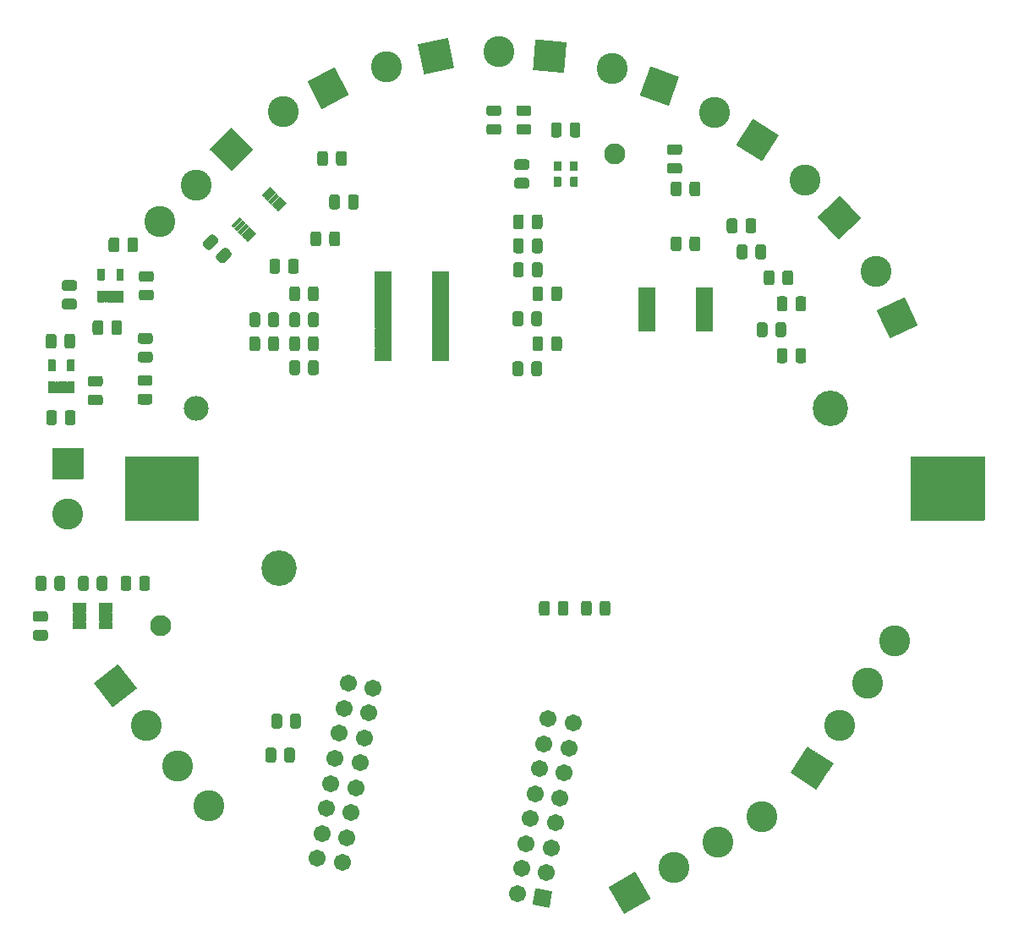
<source format=gbr>
G04 #@! TF.GenerationSoftware,KiCad,Pcbnew,(5.1.12)-1*
G04 #@! TF.CreationDate,2021-12-15T08:08:51+10:00*
G04 #@! TF.ProjectId,Weather-Station,57656174-6865-4722-9d53-746174696f6e,rev?*
G04 #@! TF.SameCoordinates,Original*
G04 #@! TF.FileFunction,Soldermask,Top*
G04 #@! TF.FilePolarity,Negative*
%FSLAX46Y46*%
G04 Gerber Fmt 4.6, Leading zero omitted, Abs format (unit mm)*
G04 Created by KiCad (PCBNEW (5.1.12)-1) date 2021-12-15 08:08:51*
%MOMM*%
%LPD*%
G01*
G04 APERTURE LIST*
%ADD10C,2.102000*%
%ADD11C,3.102000*%
%ADD12C,1.702000*%
%ADD13C,3.552000*%
%ADD14C,2.492000*%
%ADD15C,0.100000*%
G04 APERTURE END LIST*
G36*
G01*
X122634000Y-74880400D02*
X122634000Y-74419600D01*
G75*
G02*
X122659600Y-74394000I25600J0D01*
G01*
X124280400Y-74394000D01*
G75*
G02*
X124306000Y-74419600I0J-25600D01*
G01*
X124306000Y-74880400D01*
G75*
G02*
X124280400Y-74906000I-25600J0D01*
G01*
X122659600Y-74906000D01*
G75*
G02*
X122634000Y-74880400I0J25600D01*
G01*
G37*
G36*
G01*
X122634000Y-75530400D02*
X122634000Y-75069600D01*
G75*
G02*
X122659600Y-75044000I25600J0D01*
G01*
X124280400Y-75044000D01*
G75*
G02*
X124306000Y-75069600I0J-25600D01*
G01*
X124306000Y-75530400D01*
G75*
G02*
X124280400Y-75556000I-25600J0D01*
G01*
X122659600Y-75556000D01*
G75*
G02*
X122634000Y-75530400I0J25600D01*
G01*
G37*
G36*
G01*
X122634000Y-76180400D02*
X122634000Y-75719600D01*
G75*
G02*
X122659600Y-75694000I25600J0D01*
G01*
X124280400Y-75694000D01*
G75*
G02*
X124306000Y-75719600I0J-25600D01*
G01*
X124306000Y-76180400D01*
G75*
G02*
X124280400Y-76206000I-25600J0D01*
G01*
X122659600Y-76206000D01*
G75*
G02*
X122634000Y-76180400I0J25600D01*
G01*
G37*
G36*
G01*
X122634000Y-76830400D02*
X122634000Y-76369600D01*
G75*
G02*
X122659600Y-76344000I25600J0D01*
G01*
X124280400Y-76344000D01*
G75*
G02*
X124306000Y-76369600I0J-25600D01*
G01*
X124306000Y-76830400D01*
G75*
G02*
X124280400Y-76856000I-25600J0D01*
G01*
X122659600Y-76856000D01*
G75*
G02*
X122634000Y-76830400I0J25600D01*
G01*
G37*
G36*
G01*
X122634000Y-77480400D02*
X122634000Y-77019600D01*
G75*
G02*
X122659600Y-76994000I25600J0D01*
G01*
X124280400Y-76994000D01*
G75*
G02*
X124306000Y-77019600I0J-25600D01*
G01*
X124306000Y-77480400D01*
G75*
G02*
X124280400Y-77506000I-25600J0D01*
G01*
X122659600Y-77506000D01*
G75*
G02*
X122634000Y-77480400I0J25600D01*
G01*
G37*
G36*
G01*
X122634000Y-78130400D02*
X122634000Y-77669600D01*
G75*
G02*
X122659600Y-77644000I25600J0D01*
G01*
X124280400Y-77644000D01*
G75*
G02*
X124306000Y-77669600I0J-25600D01*
G01*
X124306000Y-78130400D01*
G75*
G02*
X124280400Y-78156000I-25600J0D01*
G01*
X122659600Y-78156000D01*
G75*
G02*
X122634000Y-78130400I0J25600D01*
G01*
G37*
G36*
G01*
X122634000Y-78780400D02*
X122634000Y-78319600D01*
G75*
G02*
X122659600Y-78294000I25600J0D01*
G01*
X124280400Y-78294000D01*
G75*
G02*
X124306000Y-78319600I0J-25600D01*
G01*
X124306000Y-78780400D01*
G75*
G02*
X124280400Y-78806000I-25600J0D01*
G01*
X122659600Y-78806000D01*
G75*
G02*
X122634000Y-78780400I0J25600D01*
G01*
G37*
G36*
G01*
X116894000Y-78780400D02*
X116894000Y-78319600D01*
G75*
G02*
X116919600Y-78294000I25600J0D01*
G01*
X118540400Y-78294000D01*
G75*
G02*
X118566000Y-78319600I0J-25600D01*
G01*
X118566000Y-78780400D01*
G75*
G02*
X118540400Y-78806000I-25600J0D01*
G01*
X116919600Y-78806000D01*
G75*
G02*
X116894000Y-78780400I0J25600D01*
G01*
G37*
G36*
G01*
X116894000Y-78130400D02*
X116894000Y-77669600D01*
G75*
G02*
X116919600Y-77644000I25600J0D01*
G01*
X118540400Y-77644000D01*
G75*
G02*
X118566000Y-77669600I0J-25600D01*
G01*
X118566000Y-78130400D01*
G75*
G02*
X118540400Y-78156000I-25600J0D01*
G01*
X116919600Y-78156000D01*
G75*
G02*
X116894000Y-78130400I0J25600D01*
G01*
G37*
G36*
G01*
X116894000Y-77480400D02*
X116894000Y-77019600D01*
G75*
G02*
X116919600Y-76994000I25600J0D01*
G01*
X118540400Y-76994000D01*
G75*
G02*
X118566000Y-77019600I0J-25600D01*
G01*
X118566000Y-77480400D01*
G75*
G02*
X118540400Y-77506000I-25600J0D01*
G01*
X116919600Y-77506000D01*
G75*
G02*
X116894000Y-77480400I0J25600D01*
G01*
G37*
G36*
G01*
X116894000Y-76830400D02*
X116894000Y-76369600D01*
G75*
G02*
X116919600Y-76344000I25600J0D01*
G01*
X118540400Y-76344000D01*
G75*
G02*
X118566000Y-76369600I0J-25600D01*
G01*
X118566000Y-76830400D01*
G75*
G02*
X118540400Y-76856000I-25600J0D01*
G01*
X116919600Y-76856000D01*
G75*
G02*
X116894000Y-76830400I0J25600D01*
G01*
G37*
G36*
G01*
X116894000Y-76180400D02*
X116894000Y-75719600D01*
G75*
G02*
X116919600Y-75694000I25600J0D01*
G01*
X118540400Y-75694000D01*
G75*
G02*
X118566000Y-75719600I0J-25600D01*
G01*
X118566000Y-76180400D01*
G75*
G02*
X118540400Y-76206000I-25600J0D01*
G01*
X116919600Y-76206000D01*
G75*
G02*
X116894000Y-76180400I0J25600D01*
G01*
G37*
G36*
G01*
X116894000Y-75530400D02*
X116894000Y-75069600D01*
G75*
G02*
X116919600Y-75044000I25600J0D01*
G01*
X118540400Y-75044000D01*
G75*
G02*
X118566000Y-75069600I0J-25600D01*
G01*
X118566000Y-75530400D01*
G75*
G02*
X118540400Y-75556000I-25600J0D01*
G01*
X116919600Y-75556000D01*
G75*
G02*
X116894000Y-75530400I0J25600D01*
G01*
G37*
G36*
G01*
X116894000Y-74880400D02*
X116894000Y-74419600D01*
G75*
G02*
X116919600Y-74394000I25600J0D01*
G01*
X118540400Y-74394000D01*
G75*
G02*
X118566000Y-74419600I0J-25600D01*
G01*
X118566000Y-74880400D01*
G75*
G02*
X118540400Y-74906000I-25600J0D01*
G01*
X116919600Y-74906000D01*
G75*
G02*
X116894000Y-74880400I0J25600D01*
G01*
G37*
G36*
G01*
X96234000Y-73255400D02*
X96234000Y-72794600D01*
G75*
G02*
X96259600Y-72769000I25600J0D01*
G01*
X97880400Y-72769000D01*
G75*
G02*
X97906000Y-72794600I0J-25600D01*
G01*
X97906000Y-73255400D01*
G75*
G02*
X97880400Y-73281000I-25600J0D01*
G01*
X96259600Y-73281000D01*
G75*
G02*
X96234000Y-73255400I0J25600D01*
G01*
G37*
G36*
G01*
X96234000Y-73905400D02*
X96234000Y-73444600D01*
G75*
G02*
X96259600Y-73419000I25600J0D01*
G01*
X97880400Y-73419000D01*
G75*
G02*
X97906000Y-73444600I0J-25600D01*
G01*
X97906000Y-73905400D01*
G75*
G02*
X97880400Y-73931000I-25600J0D01*
G01*
X96259600Y-73931000D01*
G75*
G02*
X96234000Y-73905400I0J25600D01*
G01*
G37*
G36*
G01*
X96234000Y-74555400D02*
X96234000Y-74094600D01*
G75*
G02*
X96259600Y-74069000I25600J0D01*
G01*
X97880400Y-74069000D01*
G75*
G02*
X97906000Y-74094600I0J-25600D01*
G01*
X97906000Y-74555400D01*
G75*
G02*
X97880400Y-74581000I-25600J0D01*
G01*
X96259600Y-74581000D01*
G75*
G02*
X96234000Y-74555400I0J25600D01*
G01*
G37*
G36*
G01*
X96234000Y-75205400D02*
X96234000Y-74744600D01*
G75*
G02*
X96259600Y-74719000I25600J0D01*
G01*
X97880400Y-74719000D01*
G75*
G02*
X97906000Y-74744600I0J-25600D01*
G01*
X97906000Y-75205400D01*
G75*
G02*
X97880400Y-75231000I-25600J0D01*
G01*
X96259600Y-75231000D01*
G75*
G02*
X96234000Y-75205400I0J25600D01*
G01*
G37*
G36*
G01*
X96234000Y-75855400D02*
X96234000Y-75394600D01*
G75*
G02*
X96259600Y-75369000I25600J0D01*
G01*
X97880400Y-75369000D01*
G75*
G02*
X97906000Y-75394600I0J-25600D01*
G01*
X97906000Y-75855400D01*
G75*
G02*
X97880400Y-75881000I-25600J0D01*
G01*
X96259600Y-75881000D01*
G75*
G02*
X96234000Y-75855400I0J25600D01*
G01*
G37*
G36*
G01*
X96234000Y-76505400D02*
X96234000Y-76044600D01*
G75*
G02*
X96259600Y-76019000I25600J0D01*
G01*
X97880400Y-76019000D01*
G75*
G02*
X97906000Y-76044600I0J-25600D01*
G01*
X97906000Y-76505400D01*
G75*
G02*
X97880400Y-76531000I-25600J0D01*
G01*
X96259600Y-76531000D01*
G75*
G02*
X96234000Y-76505400I0J25600D01*
G01*
G37*
G36*
G01*
X96234000Y-77155400D02*
X96234000Y-76694600D01*
G75*
G02*
X96259600Y-76669000I25600J0D01*
G01*
X97880400Y-76669000D01*
G75*
G02*
X97906000Y-76694600I0J-25600D01*
G01*
X97906000Y-77155400D01*
G75*
G02*
X97880400Y-77181000I-25600J0D01*
G01*
X96259600Y-77181000D01*
G75*
G02*
X96234000Y-77155400I0J25600D01*
G01*
G37*
G36*
G01*
X96234000Y-77805400D02*
X96234000Y-77344600D01*
G75*
G02*
X96259600Y-77319000I25600J0D01*
G01*
X97880400Y-77319000D01*
G75*
G02*
X97906000Y-77344600I0J-25600D01*
G01*
X97906000Y-77805400D01*
G75*
G02*
X97880400Y-77831000I-25600J0D01*
G01*
X96259600Y-77831000D01*
G75*
G02*
X96234000Y-77805400I0J25600D01*
G01*
G37*
G36*
G01*
X96234000Y-78455400D02*
X96234000Y-77994600D01*
G75*
G02*
X96259600Y-77969000I25600J0D01*
G01*
X97880400Y-77969000D01*
G75*
G02*
X97906000Y-77994600I0J-25600D01*
G01*
X97906000Y-78455400D01*
G75*
G02*
X97880400Y-78481000I-25600J0D01*
G01*
X96259600Y-78481000D01*
G75*
G02*
X96234000Y-78455400I0J25600D01*
G01*
G37*
G36*
G01*
X96234000Y-79105400D02*
X96234000Y-78644600D01*
G75*
G02*
X96259600Y-78619000I25600J0D01*
G01*
X97880400Y-78619000D01*
G75*
G02*
X97906000Y-78644600I0J-25600D01*
G01*
X97906000Y-79105400D01*
G75*
G02*
X97880400Y-79131000I-25600J0D01*
G01*
X96259600Y-79131000D01*
G75*
G02*
X96234000Y-79105400I0J25600D01*
G01*
G37*
G36*
G01*
X96234000Y-79755400D02*
X96234000Y-79294600D01*
G75*
G02*
X96259600Y-79269000I25600J0D01*
G01*
X97880400Y-79269000D01*
G75*
G02*
X97906000Y-79294600I0J-25600D01*
G01*
X97906000Y-79755400D01*
G75*
G02*
X97880400Y-79781000I-25600J0D01*
G01*
X96259600Y-79781000D01*
G75*
G02*
X96234000Y-79755400I0J25600D01*
G01*
G37*
G36*
G01*
X96234000Y-80405400D02*
X96234000Y-79944600D01*
G75*
G02*
X96259600Y-79919000I25600J0D01*
G01*
X97880400Y-79919000D01*
G75*
G02*
X97906000Y-79944600I0J-25600D01*
G01*
X97906000Y-80405400D01*
G75*
G02*
X97880400Y-80431000I-25600J0D01*
G01*
X96259600Y-80431000D01*
G75*
G02*
X96234000Y-80405400I0J25600D01*
G01*
G37*
G36*
G01*
X96234000Y-81055400D02*
X96234000Y-80594600D01*
G75*
G02*
X96259600Y-80569000I25600J0D01*
G01*
X97880400Y-80569000D01*
G75*
G02*
X97906000Y-80594600I0J-25600D01*
G01*
X97906000Y-81055400D01*
G75*
G02*
X97880400Y-81081000I-25600J0D01*
G01*
X96259600Y-81081000D01*
G75*
G02*
X96234000Y-81055400I0J25600D01*
G01*
G37*
G36*
G01*
X96234000Y-81705400D02*
X96234000Y-81244600D01*
G75*
G02*
X96259600Y-81219000I25600J0D01*
G01*
X97880400Y-81219000D01*
G75*
G02*
X97906000Y-81244600I0J-25600D01*
G01*
X97906000Y-81705400D01*
G75*
G02*
X97880400Y-81731000I-25600J0D01*
G01*
X96259600Y-81731000D01*
G75*
G02*
X96234000Y-81705400I0J25600D01*
G01*
G37*
G36*
G01*
X90494000Y-81705400D02*
X90494000Y-81244600D01*
G75*
G02*
X90519600Y-81219000I25600J0D01*
G01*
X92140400Y-81219000D01*
G75*
G02*
X92166000Y-81244600I0J-25600D01*
G01*
X92166000Y-81705400D01*
G75*
G02*
X92140400Y-81731000I-25600J0D01*
G01*
X90519600Y-81731000D01*
G75*
G02*
X90494000Y-81705400I0J25600D01*
G01*
G37*
G36*
G01*
X90494000Y-81055400D02*
X90494000Y-80594600D01*
G75*
G02*
X90519600Y-80569000I25600J0D01*
G01*
X92140400Y-80569000D01*
G75*
G02*
X92166000Y-80594600I0J-25600D01*
G01*
X92166000Y-81055400D01*
G75*
G02*
X92140400Y-81081000I-25600J0D01*
G01*
X90519600Y-81081000D01*
G75*
G02*
X90494000Y-81055400I0J25600D01*
G01*
G37*
G36*
G01*
X90494000Y-80405400D02*
X90494000Y-79944600D01*
G75*
G02*
X90519600Y-79919000I25600J0D01*
G01*
X92140400Y-79919000D01*
G75*
G02*
X92166000Y-79944600I0J-25600D01*
G01*
X92166000Y-80405400D01*
G75*
G02*
X92140400Y-80431000I-25600J0D01*
G01*
X90519600Y-80431000D01*
G75*
G02*
X90494000Y-80405400I0J25600D01*
G01*
G37*
G36*
G01*
X90494000Y-79755400D02*
X90494000Y-79294600D01*
G75*
G02*
X90519600Y-79269000I25600J0D01*
G01*
X92140400Y-79269000D01*
G75*
G02*
X92166000Y-79294600I0J-25600D01*
G01*
X92166000Y-79755400D01*
G75*
G02*
X92140400Y-79781000I-25600J0D01*
G01*
X90519600Y-79781000D01*
G75*
G02*
X90494000Y-79755400I0J25600D01*
G01*
G37*
G36*
G01*
X90494000Y-79105400D02*
X90494000Y-78644600D01*
G75*
G02*
X90519600Y-78619000I25600J0D01*
G01*
X92140400Y-78619000D01*
G75*
G02*
X92166000Y-78644600I0J-25600D01*
G01*
X92166000Y-79105400D01*
G75*
G02*
X92140400Y-79131000I-25600J0D01*
G01*
X90519600Y-79131000D01*
G75*
G02*
X90494000Y-79105400I0J25600D01*
G01*
G37*
G36*
G01*
X90494000Y-78455400D02*
X90494000Y-77994600D01*
G75*
G02*
X90519600Y-77969000I25600J0D01*
G01*
X92140400Y-77969000D01*
G75*
G02*
X92166000Y-77994600I0J-25600D01*
G01*
X92166000Y-78455400D01*
G75*
G02*
X92140400Y-78481000I-25600J0D01*
G01*
X90519600Y-78481000D01*
G75*
G02*
X90494000Y-78455400I0J25600D01*
G01*
G37*
G36*
G01*
X90494000Y-77805400D02*
X90494000Y-77344600D01*
G75*
G02*
X90519600Y-77319000I25600J0D01*
G01*
X92140400Y-77319000D01*
G75*
G02*
X92166000Y-77344600I0J-25600D01*
G01*
X92166000Y-77805400D01*
G75*
G02*
X92140400Y-77831000I-25600J0D01*
G01*
X90519600Y-77831000D01*
G75*
G02*
X90494000Y-77805400I0J25600D01*
G01*
G37*
G36*
G01*
X90494000Y-77155400D02*
X90494000Y-76694600D01*
G75*
G02*
X90519600Y-76669000I25600J0D01*
G01*
X92140400Y-76669000D01*
G75*
G02*
X92166000Y-76694600I0J-25600D01*
G01*
X92166000Y-77155400D01*
G75*
G02*
X92140400Y-77181000I-25600J0D01*
G01*
X90519600Y-77181000D01*
G75*
G02*
X90494000Y-77155400I0J25600D01*
G01*
G37*
G36*
G01*
X90494000Y-76505400D02*
X90494000Y-76044600D01*
G75*
G02*
X90519600Y-76019000I25600J0D01*
G01*
X92140400Y-76019000D01*
G75*
G02*
X92166000Y-76044600I0J-25600D01*
G01*
X92166000Y-76505400D01*
G75*
G02*
X92140400Y-76531000I-25600J0D01*
G01*
X90519600Y-76531000D01*
G75*
G02*
X90494000Y-76505400I0J25600D01*
G01*
G37*
G36*
G01*
X90494000Y-75855400D02*
X90494000Y-75394600D01*
G75*
G02*
X90519600Y-75369000I25600J0D01*
G01*
X92140400Y-75369000D01*
G75*
G02*
X92166000Y-75394600I0J-25600D01*
G01*
X92166000Y-75855400D01*
G75*
G02*
X92140400Y-75881000I-25600J0D01*
G01*
X90519600Y-75881000D01*
G75*
G02*
X90494000Y-75855400I0J25600D01*
G01*
G37*
G36*
G01*
X90494000Y-75205400D02*
X90494000Y-74744600D01*
G75*
G02*
X90519600Y-74719000I25600J0D01*
G01*
X92140400Y-74719000D01*
G75*
G02*
X92166000Y-74744600I0J-25600D01*
G01*
X92166000Y-75205400D01*
G75*
G02*
X92140400Y-75231000I-25600J0D01*
G01*
X90519600Y-75231000D01*
G75*
G02*
X90494000Y-75205400I0J25600D01*
G01*
G37*
G36*
G01*
X90494000Y-74555400D02*
X90494000Y-74094600D01*
G75*
G02*
X90519600Y-74069000I25600J0D01*
G01*
X92140400Y-74069000D01*
G75*
G02*
X92166000Y-74094600I0J-25600D01*
G01*
X92166000Y-74555400D01*
G75*
G02*
X92140400Y-74581000I-25600J0D01*
G01*
X90519600Y-74581000D01*
G75*
G02*
X90494000Y-74555400I0J25600D01*
G01*
G37*
G36*
G01*
X90494000Y-73905400D02*
X90494000Y-73444600D01*
G75*
G02*
X90519600Y-73419000I25600J0D01*
G01*
X92140400Y-73419000D01*
G75*
G02*
X92166000Y-73444600I0J-25600D01*
G01*
X92166000Y-73905400D01*
G75*
G02*
X92140400Y-73931000I-25600J0D01*
G01*
X90519600Y-73931000D01*
G75*
G02*
X90494000Y-73905400I0J25600D01*
G01*
G37*
G36*
G01*
X90494000Y-73255400D02*
X90494000Y-72794600D01*
G75*
G02*
X90519600Y-72769000I25600J0D01*
G01*
X92140400Y-72769000D01*
G75*
G02*
X92166000Y-72794600I0J-25600D01*
G01*
X92166000Y-73255400D01*
G75*
G02*
X92140400Y-73281000I-25600J0D01*
G01*
X90519600Y-73281000D01*
G75*
G02*
X90494000Y-73255400I0J25600D01*
G01*
G37*
D10*
X114500000Y-61000000D03*
G36*
G01*
X102881750Y-57201000D02*
X101918250Y-57201000D01*
G75*
G02*
X101649000Y-56931750I0J269250D01*
G01*
X101649000Y-56393250D01*
G75*
G02*
X101918250Y-56124000I269250J0D01*
G01*
X102881750Y-56124000D01*
G75*
G02*
X103151000Y-56393250I0J-269250D01*
G01*
X103151000Y-56931750D01*
G75*
G02*
X102881750Y-57201000I-269250J0D01*
G01*
G37*
G36*
G01*
X102881750Y-59076000D02*
X101918250Y-59076000D01*
G75*
G02*
X101649000Y-58806750I0J269250D01*
G01*
X101649000Y-58268250D01*
G75*
G02*
X101918250Y-57999000I269250J0D01*
G01*
X102881750Y-57999000D01*
G75*
G02*
X103151000Y-58268250I0J-269250D01*
G01*
X103151000Y-58806750D01*
G75*
G02*
X102881750Y-59076000I-269250J0D01*
G01*
G37*
G36*
G01*
X105881750Y-57201000D02*
X104918250Y-57201000D01*
G75*
G02*
X104649000Y-56931750I0J269250D01*
G01*
X104649000Y-56393250D01*
G75*
G02*
X104918250Y-56124000I269250J0D01*
G01*
X105881750Y-56124000D01*
G75*
G02*
X106151000Y-56393250I0J-269250D01*
G01*
X106151000Y-56931750D01*
G75*
G02*
X105881750Y-57201000I-269250J0D01*
G01*
G37*
G36*
G01*
X105881750Y-59076000D02*
X104918250Y-59076000D01*
G75*
G02*
X104649000Y-58806750I0J269250D01*
G01*
X104649000Y-58268250D01*
G75*
G02*
X104918250Y-57999000I269250J0D01*
G01*
X105881750Y-57999000D01*
G75*
G02*
X106151000Y-58268250I0J-269250D01*
G01*
X106151000Y-58806750D01*
G75*
G02*
X105881750Y-59076000I-269250J0D01*
G01*
G37*
X69000000Y-108200000D03*
D11*
X140653099Y-72795956D03*
G36*
G01*
X144814943Y-78171756D02*
X142096020Y-79439611D01*
G75*
G02*
X142028244Y-79414943I-21554J46222D01*
G01*
X140760389Y-76696020D01*
G75*
G02*
X140785057Y-76628244I46222J21554D01*
G01*
X143503980Y-75360389D01*
G75*
G02*
X143571756Y-75385057I21554J-46222D01*
G01*
X144839611Y-78103980D01*
G75*
G02*
X144814943Y-78171756I-46222J-21554D01*
G01*
G37*
X133568002Y-63654631D03*
G36*
G01*
X139153756Y-67530132D02*
X136941924Y-69556902D01*
G75*
G02*
X136869868Y-69553756I-34455J37601D01*
G01*
X134843098Y-67341924D01*
G75*
G02*
X134846244Y-67269868I37601J34455D01*
G01*
X137058076Y-65243098D01*
G75*
G02*
X137130132Y-65246244I34455J-37601D01*
G01*
X139156902Y-67458076D01*
G75*
G02*
X139153756Y-67530132I-37601J-34455D01*
G01*
G37*
X124515571Y-56870518D03*
G36*
G01*
X130914050Y-59168264D02*
X129302151Y-61698439D01*
G75*
G02*
X129231736Y-61714050I-43013J27402D01*
G01*
X126701561Y-60102151D01*
G75*
G02*
X126685950Y-60031736I27402J43013D01*
G01*
X128297849Y-57501561D01*
G75*
G02*
X128368264Y-57485950I43013J-27402D01*
G01*
X130898439Y-59097849D01*
G75*
G02*
X130914050Y-59168264I-27402J-43013D01*
G01*
G37*
X114226361Y-52462538D03*
G36*
G01*
X120970493Y-53320934D02*
X119944433Y-56140012D01*
G75*
G02*
X119879066Y-56170493I-47924J17443D01*
G01*
X117059988Y-55144433D01*
G75*
G02*
X117029507Y-55079066I17443J47924D01*
G01*
X118055567Y-52259988D01*
G75*
G02*
X118120934Y-52229507I47924J-17443D01*
G01*
X120940012Y-53255567D01*
G75*
G02*
X120970493Y-53320934I-17443J-47924D01*
G01*
G37*
X102939331Y-50757249D03*
G36*
G01*
X109675832Y-49840887D02*
X109414364Y-52829471D01*
G75*
G02*
X109359113Y-52875832I-50806J4445D01*
G01*
X106370529Y-52614364D01*
G75*
G02*
X106324168Y-52559113I4445J50806D01*
G01*
X106585636Y-49570529D01*
G75*
G02*
X106640887Y-49524168I50806J-4445D01*
G01*
X109629471Y-49785636D01*
G75*
G02*
X109675832Y-49840887I-4445J-50806D01*
G01*
G37*
X91640416Y-52299513D03*
G36*
G01*
X97789576Y-49399859D02*
X98438894Y-52328747D01*
G75*
G02*
X98400141Y-52389576I-49791J-11038D01*
G01*
X95471253Y-53038894D01*
G75*
G02*
X95410424Y-53000141I-11038J49791D01*
G01*
X94761106Y-50071253D01*
G75*
G02*
X94799859Y-50010424I49791J11038D01*
G01*
X97728747Y-49361106D01*
G75*
G02*
X97789576Y-49399859I11038J-49791D01*
G01*
G37*
G36*
G01*
X78423409Y-68764027D02*
X78600186Y-68940804D01*
G75*
G02*
X78600186Y-69012928I-36062J-36062D01*
G01*
X77822369Y-69790745D01*
G75*
G02*
X77750245Y-69790745I-36062J36062D01*
G01*
X77573468Y-69613968D01*
G75*
G02*
X77573468Y-69541844I36062J36062D01*
G01*
X78351285Y-68764027D01*
G75*
G02*
X78423409Y-68764027I36062J-36062D01*
G01*
G37*
G36*
G01*
X78069856Y-68410474D02*
X78246633Y-68587251D01*
G75*
G02*
X78246633Y-68659375I-36062J-36062D01*
G01*
X77468816Y-69437192D01*
G75*
G02*
X77396692Y-69437192I-36062J36062D01*
G01*
X77219915Y-69260415D01*
G75*
G02*
X77219915Y-69188291I36062J36062D01*
G01*
X77997732Y-68410474D01*
G75*
G02*
X78069856Y-68410474I36062J-36062D01*
G01*
G37*
G36*
G01*
X77716302Y-68056921D02*
X77893079Y-68233698D01*
G75*
G02*
X77893079Y-68305822I-36062J-36062D01*
G01*
X77115262Y-69083639D01*
G75*
G02*
X77043138Y-69083639I-36062J36062D01*
G01*
X76866361Y-68906862D01*
G75*
G02*
X76866361Y-68834738I36062J36062D01*
G01*
X77644178Y-68056921D01*
G75*
G02*
X77716302Y-68056921I36062J-36062D01*
G01*
G37*
G36*
G01*
X77362749Y-67703367D02*
X77539526Y-67880144D01*
G75*
G02*
X77539526Y-67952268I-36062J-36062D01*
G01*
X76761709Y-68730085D01*
G75*
G02*
X76689585Y-68730085I-36062J36062D01*
G01*
X76512808Y-68553308D01*
G75*
G02*
X76512808Y-68481184I36062J36062D01*
G01*
X77290625Y-67703367D01*
G75*
G02*
X77362749Y-67703367I36062J-36062D01*
G01*
G37*
G36*
G01*
X77009196Y-67349814D02*
X77185973Y-67526591D01*
G75*
G02*
X77185973Y-67598715I-36062J-36062D01*
G01*
X76408156Y-68376532D01*
G75*
G02*
X76336032Y-68376532I-36062J36062D01*
G01*
X76159255Y-68199755D01*
G75*
G02*
X76159255Y-68127631I36062J36062D01*
G01*
X76937072Y-67349814D01*
G75*
G02*
X77009196Y-67349814I36062J-36062D01*
G01*
G37*
G36*
G01*
X80049755Y-64309255D02*
X80226532Y-64486032D01*
G75*
G02*
X80226532Y-64558156I-36062J-36062D01*
G01*
X79448715Y-65335973D01*
G75*
G02*
X79376591Y-65335973I-36062J36062D01*
G01*
X79199814Y-65159196D01*
G75*
G02*
X79199814Y-65087072I36062J36062D01*
G01*
X79977631Y-64309255D01*
G75*
G02*
X80049755Y-64309255I36062J-36062D01*
G01*
G37*
G36*
G01*
X80403308Y-64662808D02*
X80580085Y-64839585D01*
G75*
G02*
X80580085Y-64911709I-36062J-36062D01*
G01*
X79802268Y-65689526D01*
G75*
G02*
X79730144Y-65689526I-36062J36062D01*
G01*
X79553367Y-65512749D01*
G75*
G02*
X79553367Y-65440625I36062J36062D01*
G01*
X80331184Y-64662808D01*
G75*
G02*
X80403308Y-64662808I36062J-36062D01*
G01*
G37*
G36*
G01*
X80756862Y-65016361D02*
X80933639Y-65193138D01*
G75*
G02*
X80933639Y-65265262I-36062J-36062D01*
G01*
X80155822Y-66043079D01*
G75*
G02*
X80083698Y-66043079I-36062J36062D01*
G01*
X79906921Y-65866302D01*
G75*
G02*
X79906921Y-65794178I36062J36062D01*
G01*
X80684738Y-65016361D01*
G75*
G02*
X80756862Y-65016361I36062J-36062D01*
G01*
G37*
G36*
G01*
X81110415Y-65369915D02*
X81287192Y-65546692D01*
G75*
G02*
X81287192Y-65618816I-36062J-36062D01*
G01*
X80509375Y-66396633D01*
G75*
G02*
X80437251Y-66396633I-36062J36062D01*
G01*
X80260474Y-66219856D01*
G75*
G02*
X80260474Y-66147732I36062J36062D01*
G01*
X81038291Y-65369915D01*
G75*
G02*
X81110415Y-65369915I36062J-36062D01*
G01*
G37*
G36*
G01*
X81463968Y-65723468D02*
X81640745Y-65900245D01*
G75*
G02*
X81640745Y-65972369I-36062J-36062D01*
G01*
X80862928Y-66750186D01*
G75*
G02*
X80790804Y-66750186I-36062J36062D01*
G01*
X80614027Y-66573409D01*
G75*
G02*
X80614027Y-66501285I36062J36062D01*
G01*
X81391844Y-65723468D01*
G75*
G02*
X81463968Y-65723468I36062J-36062D01*
G01*
G37*
D12*
X106071787Y-127554699D03*
X105630721Y-130056110D03*
X106512854Y-125053287D03*
X104748588Y-135058934D03*
X107836053Y-117549052D03*
X105189655Y-132557522D03*
X106953920Y-122551875D03*
X107394987Y-120050463D03*
X88561906Y-124467234D03*
X88120839Y-126968646D03*
X89002972Y-121965822D03*
X87238706Y-131971469D03*
X90326171Y-114461587D03*
X87679773Y-129470057D03*
X89444038Y-119464411D03*
X89885105Y-116962999D03*
X108573199Y-127995765D03*
X108132133Y-130497177D03*
X109014265Y-125494353D03*
X110337465Y-117990118D03*
X107691066Y-132998588D03*
X109455332Y-122992942D03*
X109896398Y-120491530D03*
X87824759Y-114020521D03*
X87383693Y-116521933D03*
X86942627Y-119023344D03*
X86501560Y-121524756D03*
X86060494Y-124026168D03*
X85619428Y-126527579D03*
X85178361Y-129028991D03*
G36*
G01*
X108226990Y-134859928D02*
X107949153Y-136435621D01*
G75*
G02*
X107890072Y-136476990I-50225J8856D01*
G01*
X106314379Y-136199153D01*
G75*
G02*
X106273010Y-136140072I8856J50225D01*
G01*
X106550847Y-134564379D01*
G75*
G02*
X106609928Y-134523010I50225J-8856D01*
G01*
X108185621Y-134800847D01*
G75*
G02*
X108226990Y-134859928I-8856J-50225D01*
G01*
G37*
X84737295Y-131530403D03*
G36*
G01*
X63400001Y-73656000D02*
X62749999Y-73656000D01*
G75*
G02*
X62699000Y-73605001I0J50999D01*
G01*
X62699000Y-72544999D01*
G75*
G02*
X62749999Y-72494000I50999J0D01*
G01*
X63400001Y-72494000D01*
G75*
G02*
X63451000Y-72544999I0J-50999D01*
G01*
X63451000Y-73605001D01*
G75*
G02*
X63400001Y-73656000I-50999J0D01*
G01*
G37*
G36*
G01*
X65300001Y-73656000D02*
X64649999Y-73656000D01*
G75*
G02*
X64599000Y-73605001I0J50999D01*
G01*
X64599000Y-72544999D01*
G75*
G02*
X64649999Y-72494000I50999J0D01*
G01*
X65300001Y-72494000D01*
G75*
G02*
X65351000Y-72544999I0J-50999D01*
G01*
X65351000Y-73605001D01*
G75*
G02*
X65300001Y-73656000I-50999J0D01*
G01*
G37*
G36*
G01*
X65300001Y-75856000D02*
X64649999Y-75856000D01*
G75*
G02*
X64599000Y-75805001I0J50999D01*
G01*
X64599000Y-74744999D01*
G75*
G02*
X64649999Y-74694000I50999J0D01*
G01*
X65300001Y-74694000D01*
G75*
G02*
X65351000Y-74744999I0J-50999D01*
G01*
X65351000Y-75805001D01*
G75*
G02*
X65300001Y-75856000I-50999J0D01*
G01*
G37*
G36*
G01*
X64350001Y-75856000D02*
X63699999Y-75856000D01*
G75*
G02*
X63649000Y-75805001I0J50999D01*
G01*
X63649000Y-74744999D01*
G75*
G02*
X63699999Y-74694000I50999J0D01*
G01*
X64350001Y-74694000D01*
G75*
G02*
X64401000Y-74744999I0J-50999D01*
G01*
X64401000Y-75805001D01*
G75*
G02*
X64350001Y-75856000I-50999J0D01*
G01*
G37*
G36*
G01*
X63400001Y-75856000D02*
X62749999Y-75856000D01*
G75*
G02*
X62699000Y-75805001I0J50999D01*
G01*
X62699000Y-74744999D01*
G75*
G02*
X62749999Y-74694000I50999J0D01*
G01*
X63400001Y-74694000D01*
G75*
G02*
X63451000Y-74744999I0J-50999D01*
G01*
X63451000Y-75805001D01*
G75*
G02*
X63400001Y-75856000I-50999J0D01*
G01*
G37*
G36*
G01*
X108399000Y-62650001D02*
X108399000Y-61799999D01*
G75*
G02*
X108449999Y-61749000I50999J0D01*
G01*
X109100001Y-61749000D01*
G75*
G02*
X109151000Y-61799999I0J-50999D01*
G01*
X109151000Y-62650001D01*
G75*
G02*
X109100001Y-62701000I-50999J0D01*
G01*
X108449999Y-62701000D01*
G75*
G02*
X108399000Y-62650001I0J50999D01*
G01*
G37*
G36*
G01*
X110049000Y-62650001D02*
X110049000Y-61799999D01*
G75*
G02*
X110099999Y-61749000I50999J0D01*
G01*
X110750001Y-61749000D01*
G75*
G02*
X110801000Y-61799999I0J-50999D01*
G01*
X110801000Y-62650001D01*
G75*
G02*
X110750001Y-62701000I-50999J0D01*
G01*
X110099999Y-62701000D01*
G75*
G02*
X110049000Y-62650001I0J50999D01*
G01*
G37*
G36*
G01*
X110049000Y-64200001D02*
X110049000Y-63349999D01*
G75*
G02*
X110099999Y-63299000I50999J0D01*
G01*
X110750001Y-63299000D01*
G75*
G02*
X110801000Y-63349999I0J-50999D01*
G01*
X110801000Y-64200001D01*
G75*
G02*
X110750001Y-64251000I-50999J0D01*
G01*
X110099999Y-64251000D01*
G75*
G02*
X110049000Y-64200001I0J50999D01*
G01*
G37*
G36*
G01*
X108399000Y-64200001D02*
X108399000Y-63349999D01*
G75*
G02*
X108449999Y-63299000I50999J0D01*
G01*
X109100001Y-63299000D01*
G75*
G02*
X109151000Y-63349999I0J-50999D01*
G01*
X109151000Y-64200001D01*
G75*
G02*
X109100001Y-64251000I-50999J0D01*
G01*
X108449999Y-64251000D01*
G75*
G02*
X108399000Y-64200001I0J50999D01*
G01*
G37*
G36*
G01*
X58475001Y-82756000D02*
X57824999Y-82756000D01*
G75*
G02*
X57774000Y-82705001I0J50999D01*
G01*
X57774000Y-81644999D01*
G75*
G02*
X57824999Y-81594000I50999J0D01*
G01*
X58475001Y-81594000D01*
G75*
G02*
X58526000Y-81644999I0J-50999D01*
G01*
X58526000Y-82705001D01*
G75*
G02*
X58475001Y-82756000I-50999J0D01*
G01*
G37*
G36*
G01*
X60375001Y-82756000D02*
X59724999Y-82756000D01*
G75*
G02*
X59674000Y-82705001I0J50999D01*
G01*
X59674000Y-81644999D01*
G75*
G02*
X59724999Y-81594000I50999J0D01*
G01*
X60375001Y-81594000D01*
G75*
G02*
X60426000Y-81644999I0J-50999D01*
G01*
X60426000Y-82705001D01*
G75*
G02*
X60375001Y-82756000I-50999J0D01*
G01*
G37*
G36*
G01*
X60375001Y-84956000D02*
X59724999Y-84956000D01*
G75*
G02*
X59674000Y-84905001I0J50999D01*
G01*
X59674000Y-83844999D01*
G75*
G02*
X59724999Y-83794000I50999J0D01*
G01*
X60375001Y-83794000D01*
G75*
G02*
X60426000Y-83844999I0J-50999D01*
G01*
X60426000Y-84905001D01*
G75*
G02*
X60375001Y-84956000I-50999J0D01*
G01*
G37*
G36*
G01*
X59425001Y-84956000D02*
X58774999Y-84956000D01*
G75*
G02*
X58724000Y-84905001I0J50999D01*
G01*
X58724000Y-83844999D01*
G75*
G02*
X58774999Y-83794000I50999J0D01*
G01*
X59425001Y-83794000D01*
G75*
G02*
X59476000Y-83844999I0J-50999D01*
G01*
X59476000Y-84905001D01*
G75*
G02*
X59425001Y-84956000I-50999J0D01*
G01*
G37*
G36*
G01*
X58475001Y-84956000D02*
X57824999Y-84956000D01*
G75*
G02*
X57774000Y-84905001I0J50999D01*
G01*
X57774000Y-83844999D01*
G75*
G02*
X57824999Y-83794000I50999J0D01*
G01*
X58475001Y-83794000D01*
G75*
G02*
X58526000Y-83844999I0J-50999D01*
G01*
X58526000Y-84905001D01*
G75*
G02*
X58475001Y-84956000I-50999J0D01*
G01*
G37*
G36*
G01*
X85801000Y-60968250D02*
X85801000Y-61931750D01*
G75*
G02*
X85531750Y-62201000I-269250J0D01*
G01*
X84993250Y-62201000D01*
G75*
G02*
X84724000Y-61931750I0J269250D01*
G01*
X84724000Y-60968250D01*
G75*
G02*
X84993250Y-60699000I269250J0D01*
G01*
X85531750Y-60699000D01*
G75*
G02*
X85801000Y-60968250I0J-269250D01*
G01*
G37*
G36*
G01*
X87676000Y-60968250D02*
X87676000Y-61931750D01*
G75*
G02*
X87406750Y-62201000I-269250J0D01*
G01*
X86868250Y-62201000D01*
G75*
G02*
X86599000Y-61931750I0J269250D01*
G01*
X86599000Y-60968250D01*
G75*
G02*
X86868250Y-60699000I269250J0D01*
G01*
X87406750Y-60699000D01*
G75*
G02*
X87676000Y-60968250I0J-269250D01*
G01*
G37*
G36*
G01*
X81999000Y-118281750D02*
X81999000Y-117318250D01*
G75*
G02*
X82268250Y-117049000I269250J0D01*
G01*
X82806750Y-117049000D01*
G75*
G02*
X83076000Y-117318250I0J-269250D01*
G01*
X83076000Y-118281750D01*
G75*
G02*
X82806750Y-118551000I-269250J0D01*
G01*
X82268250Y-118551000D01*
G75*
G02*
X81999000Y-118281750I0J269250D01*
G01*
G37*
G36*
G01*
X80124000Y-118281750D02*
X80124000Y-117318250D01*
G75*
G02*
X80393250Y-117049000I269250J0D01*
G01*
X80931750Y-117049000D01*
G75*
G02*
X81201000Y-117318250I0J-269250D01*
G01*
X81201000Y-118281750D01*
G75*
G02*
X80931750Y-118551000I-269250J0D01*
G01*
X80393250Y-118551000D01*
G75*
G02*
X80124000Y-118281750I0J269250D01*
G01*
G37*
G36*
G01*
X81399000Y-121681750D02*
X81399000Y-120718250D01*
G75*
G02*
X81668250Y-120449000I269250J0D01*
G01*
X82206750Y-120449000D01*
G75*
G02*
X82476000Y-120718250I0J-269250D01*
G01*
X82476000Y-121681750D01*
G75*
G02*
X82206750Y-121951000I-269250J0D01*
G01*
X81668250Y-121951000D01*
G75*
G02*
X81399000Y-121681750I0J269250D01*
G01*
G37*
G36*
G01*
X79524000Y-121681750D02*
X79524000Y-120718250D01*
G75*
G02*
X79793250Y-120449000I269250J0D01*
G01*
X80331750Y-120449000D01*
G75*
G02*
X80601000Y-120718250I0J-269250D01*
G01*
X80601000Y-121681750D01*
G75*
G02*
X80331750Y-121951000I-269250J0D01*
G01*
X79793250Y-121951000D01*
G75*
G02*
X79524000Y-121681750I0J269250D01*
G01*
G37*
G36*
G01*
X112999000Y-106981750D02*
X112999000Y-106018250D01*
G75*
G02*
X113268250Y-105749000I269250J0D01*
G01*
X113806750Y-105749000D01*
G75*
G02*
X114076000Y-106018250I0J-269250D01*
G01*
X114076000Y-106981750D01*
G75*
G02*
X113806750Y-107251000I-269250J0D01*
G01*
X113268250Y-107251000D01*
G75*
G02*
X112999000Y-106981750I0J269250D01*
G01*
G37*
G36*
G01*
X111124000Y-106981750D02*
X111124000Y-106018250D01*
G75*
G02*
X111393250Y-105749000I269250J0D01*
G01*
X111931750Y-105749000D01*
G75*
G02*
X112201000Y-106018250I0J-269250D01*
G01*
X112201000Y-106981750D01*
G75*
G02*
X111931750Y-107251000I-269250J0D01*
G01*
X111393250Y-107251000D01*
G75*
G02*
X111124000Y-106981750I0J269250D01*
G01*
G37*
G36*
G01*
X108001000Y-106018250D02*
X108001000Y-106981750D01*
G75*
G02*
X107731750Y-107251000I-269250J0D01*
G01*
X107193250Y-107251000D01*
G75*
G02*
X106924000Y-106981750I0J269250D01*
G01*
X106924000Y-106018250D01*
G75*
G02*
X107193250Y-105749000I269250J0D01*
G01*
X107731750Y-105749000D01*
G75*
G02*
X108001000Y-106018250I0J-269250D01*
G01*
G37*
G36*
G01*
X109876000Y-106018250D02*
X109876000Y-106981750D01*
G75*
G02*
X109606750Y-107251000I-269250J0D01*
G01*
X109068250Y-107251000D01*
G75*
G02*
X108799000Y-106981750I0J269250D01*
G01*
X108799000Y-106018250D01*
G75*
G02*
X109068250Y-105749000I269250J0D01*
G01*
X109606750Y-105749000D01*
G75*
G02*
X109876000Y-106018250I0J-269250D01*
G01*
G37*
G36*
G01*
X129801000Y-78118250D02*
X129801000Y-79081750D01*
G75*
G02*
X129531750Y-79351000I-269250J0D01*
G01*
X128993250Y-79351000D01*
G75*
G02*
X128724000Y-79081750I0J269250D01*
G01*
X128724000Y-78118250D01*
G75*
G02*
X128993250Y-77849000I269250J0D01*
G01*
X129531750Y-77849000D01*
G75*
G02*
X129801000Y-78118250I0J-269250D01*
G01*
G37*
G36*
G01*
X131676000Y-78118250D02*
X131676000Y-79081750D01*
G75*
G02*
X131406750Y-79351000I-269250J0D01*
G01*
X130868250Y-79351000D01*
G75*
G02*
X130599000Y-79081750I0J269250D01*
G01*
X130599000Y-78118250D01*
G75*
G02*
X130868250Y-77849000I269250J0D01*
G01*
X131406750Y-77849000D01*
G75*
G02*
X131676000Y-78118250I0J-269250D01*
G01*
G37*
G36*
G01*
X131801000Y-80718250D02*
X131801000Y-81681750D01*
G75*
G02*
X131531750Y-81951000I-269250J0D01*
G01*
X130993250Y-81951000D01*
G75*
G02*
X130724000Y-81681750I0J269250D01*
G01*
X130724000Y-80718250D01*
G75*
G02*
X130993250Y-80449000I269250J0D01*
G01*
X131531750Y-80449000D01*
G75*
G02*
X131801000Y-80718250I0J-269250D01*
G01*
G37*
G36*
G01*
X133676000Y-80718250D02*
X133676000Y-81681750D01*
G75*
G02*
X133406750Y-81951000I-269250J0D01*
G01*
X132868250Y-81951000D01*
G75*
G02*
X132599000Y-81681750I0J269250D01*
G01*
X132599000Y-80718250D01*
G75*
G02*
X132868250Y-80449000I269250J0D01*
G01*
X133406750Y-80449000D01*
G75*
G02*
X133676000Y-80718250I0J-269250D01*
G01*
G37*
G36*
G01*
X131299000Y-73881750D02*
X131299000Y-72918250D01*
G75*
G02*
X131568250Y-72649000I269250J0D01*
G01*
X132106750Y-72649000D01*
G75*
G02*
X132376000Y-72918250I0J-269250D01*
G01*
X132376000Y-73881750D01*
G75*
G02*
X132106750Y-74151000I-269250J0D01*
G01*
X131568250Y-74151000D01*
G75*
G02*
X131299000Y-73881750I0J269250D01*
G01*
G37*
G36*
G01*
X129424000Y-73881750D02*
X129424000Y-72918250D01*
G75*
G02*
X129693250Y-72649000I269250J0D01*
G01*
X130231750Y-72649000D01*
G75*
G02*
X130501000Y-72918250I0J-269250D01*
G01*
X130501000Y-73881750D01*
G75*
G02*
X130231750Y-74151000I-269250J0D01*
G01*
X129693250Y-74151000D01*
G75*
G02*
X129424000Y-73881750I0J269250D01*
G01*
G37*
G36*
G01*
X128599000Y-71281750D02*
X128599000Y-70318250D01*
G75*
G02*
X128868250Y-70049000I269250J0D01*
G01*
X129406750Y-70049000D01*
G75*
G02*
X129676000Y-70318250I0J-269250D01*
G01*
X129676000Y-71281750D01*
G75*
G02*
X129406750Y-71551000I-269250J0D01*
G01*
X128868250Y-71551000D01*
G75*
G02*
X128599000Y-71281750I0J269250D01*
G01*
G37*
G36*
G01*
X126724000Y-71281750D02*
X126724000Y-70318250D01*
G75*
G02*
X126993250Y-70049000I269250J0D01*
G01*
X127531750Y-70049000D01*
G75*
G02*
X127801000Y-70318250I0J-269250D01*
G01*
X127801000Y-71281750D01*
G75*
G02*
X127531750Y-71551000I-269250J0D01*
G01*
X126993250Y-71551000D01*
G75*
G02*
X126724000Y-71281750I0J269250D01*
G01*
G37*
G36*
G01*
X132599000Y-76481750D02*
X132599000Y-75518250D01*
G75*
G02*
X132868250Y-75249000I269250J0D01*
G01*
X133406750Y-75249000D01*
G75*
G02*
X133676000Y-75518250I0J-269250D01*
G01*
X133676000Y-76481750D01*
G75*
G02*
X133406750Y-76751000I-269250J0D01*
G01*
X132868250Y-76751000D01*
G75*
G02*
X132599000Y-76481750I0J269250D01*
G01*
G37*
G36*
G01*
X130724000Y-76481750D02*
X130724000Y-75518250D01*
G75*
G02*
X130993250Y-75249000I269250J0D01*
G01*
X131531750Y-75249000D01*
G75*
G02*
X131801000Y-75518250I0J-269250D01*
G01*
X131801000Y-76481750D01*
G75*
G02*
X131531750Y-76751000I-269250J0D01*
G01*
X130993250Y-76751000D01*
G75*
G02*
X130724000Y-76481750I0J269250D01*
G01*
G37*
G36*
G01*
X67981750Y-80001000D02*
X67018250Y-80001000D01*
G75*
G02*
X66749000Y-79731750I0J269250D01*
G01*
X66749000Y-79193250D01*
G75*
G02*
X67018250Y-78924000I269250J0D01*
G01*
X67981750Y-78924000D01*
G75*
G02*
X68251000Y-79193250I0J-269250D01*
G01*
X68251000Y-79731750D01*
G75*
G02*
X67981750Y-80001000I-269250J0D01*
G01*
G37*
G36*
G01*
X67981750Y-81876000D02*
X67018250Y-81876000D01*
G75*
G02*
X66749000Y-81606750I0J269250D01*
G01*
X66749000Y-81068250D01*
G75*
G02*
X67018250Y-80799000I269250J0D01*
G01*
X67981750Y-80799000D01*
G75*
G02*
X68251000Y-81068250I0J-269250D01*
G01*
X68251000Y-81606750D01*
G75*
G02*
X67981750Y-81876000I-269250J0D01*
G01*
G37*
G36*
G01*
X67956750Y-84226000D02*
X66993250Y-84226000D01*
G75*
G02*
X66724000Y-83956750I0J269250D01*
G01*
X66724000Y-83418250D01*
G75*
G02*
X66993250Y-83149000I269250J0D01*
G01*
X67956750Y-83149000D01*
G75*
G02*
X68226000Y-83418250I0J-269250D01*
G01*
X68226000Y-83956750D01*
G75*
G02*
X67956750Y-84226000I-269250J0D01*
G01*
G37*
G36*
G01*
X67956750Y-86101000D02*
X66993250Y-86101000D01*
G75*
G02*
X66724000Y-85831750I0J269250D01*
G01*
X66724000Y-85293250D01*
G75*
G02*
X66993250Y-85024000I269250J0D01*
G01*
X67956750Y-85024000D01*
G75*
G02*
X68226000Y-85293250I0J-269250D01*
G01*
X68226000Y-85831750D01*
G75*
G02*
X67956750Y-86101000I-269250J0D01*
G01*
G37*
G36*
G01*
X104718250Y-63399000D02*
X105681750Y-63399000D01*
G75*
G02*
X105951000Y-63668250I0J-269250D01*
G01*
X105951000Y-64206750D01*
G75*
G02*
X105681750Y-64476000I-269250J0D01*
G01*
X104718250Y-64476000D01*
G75*
G02*
X104449000Y-64206750I0J269250D01*
G01*
X104449000Y-63668250D01*
G75*
G02*
X104718250Y-63399000I269250J0D01*
G01*
G37*
G36*
G01*
X104718250Y-61524000D02*
X105681750Y-61524000D01*
G75*
G02*
X105951000Y-61793250I0J-269250D01*
G01*
X105951000Y-62331750D01*
G75*
G02*
X105681750Y-62601000I-269250J0D01*
G01*
X104718250Y-62601000D01*
G75*
G02*
X104449000Y-62331750I0J269250D01*
G01*
X104449000Y-61793250D01*
G75*
G02*
X104718250Y-61524000I269250J0D01*
G01*
G37*
G36*
G01*
X83001000Y-81918250D02*
X83001000Y-82881750D01*
G75*
G02*
X82731750Y-83151000I-269250J0D01*
G01*
X82193250Y-83151000D01*
G75*
G02*
X81924000Y-82881750I0J269250D01*
G01*
X81924000Y-81918250D01*
G75*
G02*
X82193250Y-81649000I269250J0D01*
G01*
X82731750Y-81649000D01*
G75*
G02*
X83001000Y-81918250I0J-269250D01*
G01*
G37*
G36*
G01*
X84876000Y-81918250D02*
X84876000Y-82881750D01*
G75*
G02*
X84606750Y-83151000I-269250J0D01*
G01*
X84068250Y-83151000D01*
G75*
G02*
X83799000Y-82881750I0J269250D01*
G01*
X83799000Y-81918250D01*
G75*
G02*
X84068250Y-81649000I269250J0D01*
G01*
X84606750Y-81649000D01*
G75*
G02*
X84876000Y-81918250I0J-269250D01*
G01*
G37*
G36*
G01*
X56518250Y-108649000D02*
X57481750Y-108649000D01*
G75*
G02*
X57751000Y-108918250I0J-269250D01*
G01*
X57751000Y-109456750D01*
G75*
G02*
X57481750Y-109726000I-269250J0D01*
G01*
X56518250Y-109726000D01*
G75*
G02*
X56249000Y-109456750I0J269250D01*
G01*
X56249000Y-108918250D01*
G75*
G02*
X56518250Y-108649000I269250J0D01*
G01*
G37*
G36*
G01*
X56518250Y-106774000D02*
X57481750Y-106774000D01*
G75*
G02*
X57751000Y-107043250I0J-269250D01*
G01*
X57751000Y-107581750D01*
G75*
G02*
X57481750Y-107851000I-269250J0D01*
G01*
X56518250Y-107851000D01*
G75*
G02*
X56249000Y-107581750I0J269250D01*
G01*
X56249000Y-107043250D01*
G75*
G02*
X56518250Y-106774000I269250J0D01*
G01*
G37*
G36*
G01*
X107351000Y-74518250D02*
X107351000Y-75481750D01*
G75*
G02*
X107081750Y-75751000I-269250J0D01*
G01*
X106543250Y-75751000D01*
G75*
G02*
X106274000Y-75481750I0J269250D01*
G01*
X106274000Y-74518250D01*
G75*
G02*
X106543250Y-74249000I269250J0D01*
G01*
X107081750Y-74249000D01*
G75*
G02*
X107351000Y-74518250I0J-269250D01*
G01*
G37*
G36*
G01*
X109226000Y-74518250D02*
X109226000Y-75481750D01*
G75*
G02*
X108956750Y-75751000I-269250J0D01*
G01*
X108418250Y-75751000D01*
G75*
G02*
X108149000Y-75481750I0J269250D01*
G01*
X108149000Y-74518250D01*
G75*
G02*
X108418250Y-74249000I269250J0D01*
G01*
X108956750Y-74249000D01*
G75*
G02*
X109226000Y-74518250I0J-269250D01*
G01*
G37*
G36*
G01*
X87799000Y-66281750D02*
X87799000Y-65318250D01*
G75*
G02*
X88068250Y-65049000I269250J0D01*
G01*
X88606750Y-65049000D01*
G75*
G02*
X88876000Y-65318250I0J-269250D01*
G01*
X88876000Y-66281750D01*
G75*
G02*
X88606750Y-66551000I-269250J0D01*
G01*
X88068250Y-66551000D01*
G75*
G02*
X87799000Y-66281750I0J269250D01*
G01*
G37*
G36*
G01*
X85924000Y-66281750D02*
X85924000Y-65318250D01*
G75*
G02*
X86193250Y-65049000I269250J0D01*
G01*
X86731750Y-65049000D01*
G75*
G02*
X87001000Y-65318250I0J-269250D01*
G01*
X87001000Y-66281750D01*
G75*
G02*
X86731750Y-66551000I-269250J0D01*
G01*
X86193250Y-66551000D01*
G75*
G02*
X85924000Y-66281750I0J269250D01*
G01*
G37*
G36*
G01*
X85924000Y-69981750D02*
X85924000Y-69018250D01*
G75*
G02*
X86193250Y-68749000I269250J0D01*
G01*
X86731750Y-68749000D01*
G75*
G02*
X87001000Y-69018250I0J-269250D01*
G01*
X87001000Y-69981750D01*
G75*
G02*
X86731750Y-70251000I-269250J0D01*
G01*
X86193250Y-70251000D01*
G75*
G02*
X85924000Y-69981750I0J269250D01*
G01*
G37*
G36*
G01*
X84049000Y-69981750D02*
X84049000Y-69018250D01*
G75*
G02*
X84318250Y-68749000I269250J0D01*
G01*
X84856750Y-68749000D01*
G75*
G02*
X85126000Y-69018250I0J-269250D01*
G01*
X85126000Y-69981750D01*
G75*
G02*
X84856750Y-70251000I-269250J0D01*
G01*
X84318250Y-70251000D01*
G75*
G02*
X84049000Y-69981750I0J269250D01*
G01*
G37*
G36*
G01*
X83001000Y-79518250D02*
X83001000Y-80481750D01*
G75*
G02*
X82731750Y-80751000I-269250J0D01*
G01*
X82193250Y-80751000D01*
G75*
G02*
X81924000Y-80481750I0J269250D01*
G01*
X81924000Y-79518250D01*
G75*
G02*
X82193250Y-79249000I269250J0D01*
G01*
X82731750Y-79249000D01*
G75*
G02*
X83001000Y-79518250I0J-269250D01*
G01*
G37*
G36*
G01*
X84876000Y-79518250D02*
X84876000Y-80481750D01*
G75*
G02*
X84606750Y-80751000I-269250J0D01*
G01*
X84068250Y-80751000D01*
G75*
G02*
X83799000Y-80481750I0J269250D01*
G01*
X83799000Y-79518250D01*
G75*
G02*
X84068250Y-79249000I269250J0D01*
G01*
X84606750Y-79249000D01*
G75*
G02*
X84876000Y-79518250I0J-269250D01*
G01*
G37*
G36*
G01*
X79001000Y-77118250D02*
X79001000Y-78081750D01*
G75*
G02*
X78731750Y-78351000I-269250J0D01*
G01*
X78193250Y-78351000D01*
G75*
G02*
X77924000Y-78081750I0J269250D01*
G01*
X77924000Y-77118250D01*
G75*
G02*
X78193250Y-76849000I269250J0D01*
G01*
X78731750Y-76849000D01*
G75*
G02*
X79001000Y-77118250I0J-269250D01*
G01*
G37*
G36*
G01*
X80876000Y-77118250D02*
X80876000Y-78081750D01*
G75*
G02*
X80606750Y-78351000I-269250J0D01*
G01*
X80068250Y-78351000D01*
G75*
G02*
X79799000Y-78081750I0J269250D01*
G01*
X79799000Y-77118250D01*
G75*
G02*
X80068250Y-76849000I269250J0D01*
G01*
X80606750Y-76849000D01*
G75*
G02*
X80876000Y-77118250I0J-269250D01*
G01*
G37*
G36*
G01*
X106149000Y-77981750D02*
X106149000Y-77018250D01*
G75*
G02*
X106418250Y-76749000I269250J0D01*
G01*
X106956750Y-76749000D01*
G75*
G02*
X107226000Y-77018250I0J-269250D01*
G01*
X107226000Y-77981750D01*
G75*
G02*
X106956750Y-78251000I-269250J0D01*
G01*
X106418250Y-78251000D01*
G75*
G02*
X106149000Y-77981750I0J269250D01*
G01*
G37*
G36*
G01*
X104274000Y-77981750D02*
X104274000Y-77018250D01*
G75*
G02*
X104543250Y-76749000I269250J0D01*
G01*
X105081750Y-76749000D01*
G75*
G02*
X105351000Y-77018250I0J-269250D01*
G01*
X105351000Y-77981750D01*
G75*
G02*
X105081750Y-78251000I-269250J0D01*
G01*
X104543250Y-78251000D01*
G75*
G02*
X104274000Y-77981750I0J269250D01*
G01*
G37*
G36*
G01*
X59399000Y-80231750D02*
X59399000Y-79268250D01*
G75*
G02*
X59668250Y-78999000I269250J0D01*
G01*
X60206750Y-78999000D01*
G75*
G02*
X60476000Y-79268250I0J-269250D01*
G01*
X60476000Y-80231750D01*
G75*
G02*
X60206750Y-80501000I-269250J0D01*
G01*
X59668250Y-80501000D01*
G75*
G02*
X59399000Y-80231750I0J269250D01*
G01*
G37*
G36*
G01*
X57524000Y-80231750D02*
X57524000Y-79268250D01*
G75*
G02*
X57793250Y-78999000I269250J0D01*
G01*
X58331750Y-78999000D01*
G75*
G02*
X58601000Y-79268250I0J-269250D01*
G01*
X58601000Y-80231750D01*
G75*
G02*
X58331750Y-80501000I-269250J0D01*
G01*
X57793250Y-80501000D01*
G75*
G02*
X57524000Y-80231750I0J269250D01*
G01*
G37*
G36*
G01*
X108149000Y-80481750D02*
X108149000Y-79518250D01*
G75*
G02*
X108418250Y-79249000I269250J0D01*
G01*
X108956750Y-79249000D01*
G75*
G02*
X109226000Y-79518250I0J-269250D01*
G01*
X109226000Y-80481750D01*
G75*
G02*
X108956750Y-80751000I-269250J0D01*
G01*
X108418250Y-80751000D01*
G75*
G02*
X108149000Y-80481750I0J269250D01*
G01*
G37*
G36*
G01*
X106274000Y-80481750D02*
X106274000Y-79518250D01*
G75*
G02*
X106543250Y-79249000I269250J0D01*
G01*
X107081750Y-79249000D01*
G75*
G02*
X107351000Y-79518250I0J-269250D01*
G01*
X107351000Y-80481750D01*
G75*
G02*
X107081750Y-80751000I-269250J0D01*
G01*
X106543250Y-80751000D01*
G75*
G02*
X106274000Y-80481750I0J269250D01*
G01*
G37*
G36*
G01*
X106149000Y-82981750D02*
X106149000Y-82018250D01*
G75*
G02*
X106418250Y-81749000I269250J0D01*
G01*
X106956750Y-81749000D01*
G75*
G02*
X107226000Y-82018250I0J-269250D01*
G01*
X107226000Y-82981750D01*
G75*
G02*
X106956750Y-83251000I-269250J0D01*
G01*
X106418250Y-83251000D01*
G75*
G02*
X106149000Y-82981750I0J269250D01*
G01*
G37*
G36*
G01*
X104274000Y-82981750D02*
X104274000Y-82018250D01*
G75*
G02*
X104543250Y-81749000I269250J0D01*
G01*
X105081750Y-81749000D01*
G75*
G02*
X105351000Y-82018250I0J-269250D01*
G01*
X105351000Y-82981750D01*
G75*
G02*
X105081750Y-83251000I-269250J0D01*
G01*
X104543250Y-83251000D01*
G75*
G02*
X104274000Y-82981750I0J269250D01*
G01*
G37*
G36*
G01*
X57601000Y-103518250D02*
X57601000Y-104481750D01*
G75*
G02*
X57331750Y-104751000I-269250J0D01*
G01*
X56793250Y-104751000D01*
G75*
G02*
X56524000Y-104481750I0J269250D01*
G01*
X56524000Y-103518250D01*
G75*
G02*
X56793250Y-103249000I269250J0D01*
G01*
X57331750Y-103249000D01*
G75*
G02*
X57601000Y-103518250I0J-269250D01*
G01*
G37*
G36*
G01*
X59476000Y-103518250D02*
X59476000Y-104481750D01*
G75*
G02*
X59206750Y-104751000I-269250J0D01*
G01*
X58668250Y-104751000D01*
G75*
G02*
X58399000Y-104481750I0J269250D01*
G01*
X58399000Y-103518250D01*
G75*
G02*
X58668250Y-103249000I269250J0D01*
G01*
X59206750Y-103249000D01*
G75*
G02*
X59476000Y-103518250I0J-269250D01*
G01*
G37*
G36*
G01*
X61851000Y-103518250D02*
X61851000Y-104481750D01*
G75*
G02*
X61581750Y-104751000I-269250J0D01*
G01*
X61043250Y-104751000D01*
G75*
G02*
X60774000Y-104481750I0J269250D01*
G01*
X60774000Y-103518250D01*
G75*
G02*
X61043250Y-103249000I269250J0D01*
G01*
X61581750Y-103249000D01*
G75*
G02*
X61851000Y-103518250I0J-269250D01*
G01*
G37*
G36*
G01*
X63726000Y-103518250D02*
X63726000Y-104481750D01*
G75*
G02*
X63456750Y-104751000I-269250J0D01*
G01*
X62918250Y-104751000D01*
G75*
G02*
X62649000Y-104481750I0J269250D01*
G01*
X62649000Y-103518250D01*
G75*
G02*
X62918250Y-103249000I269250J0D01*
G01*
X63456750Y-103249000D01*
G75*
G02*
X63726000Y-103518250I0J-269250D01*
G01*
G37*
G36*
G01*
X66101000Y-103518250D02*
X66101000Y-104481750D01*
G75*
G02*
X65831750Y-104751000I-269250J0D01*
G01*
X65293250Y-104751000D01*
G75*
G02*
X65024000Y-104481750I0J269250D01*
G01*
X65024000Y-103518250D01*
G75*
G02*
X65293250Y-103249000I269250J0D01*
G01*
X65831750Y-103249000D01*
G75*
G02*
X66101000Y-103518250I0J-269250D01*
G01*
G37*
G36*
G01*
X67976000Y-103518250D02*
X67976000Y-104481750D01*
G75*
G02*
X67706750Y-104751000I-269250J0D01*
G01*
X67168250Y-104751000D01*
G75*
G02*
X66899000Y-104481750I0J269250D01*
G01*
X66899000Y-103518250D01*
G75*
G02*
X67168250Y-103249000I269250J0D01*
G01*
X67706750Y-103249000D01*
G75*
G02*
X67976000Y-103518250I0J-269250D01*
G01*
G37*
D11*
X129198227Y-127380000D03*
G36*
G01*
X115406795Y-137074538D02*
X113906795Y-134476462D01*
G75*
G02*
X113925462Y-134406795I44167J25500D01*
G01*
X116523538Y-132906795D01*
G75*
G02*
X116593205Y-132925462I25500J-44167D01*
G01*
X118093205Y-135523538D01*
G75*
G02*
X118074538Y-135593205I-44167J-25500D01*
G01*
X115476462Y-137093205D01*
G75*
G02*
X115406795Y-137074538I-25500J44167D01*
G01*
G37*
X124798818Y-129920000D03*
X120399409Y-132460000D03*
X67627560Y-118253095D03*
X70755121Y-122256189D03*
G36*
G01*
X62363093Y-113951287D02*
X64727125Y-112104303D01*
G75*
G02*
X64798713Y-112113093I31399J-40189D01*
G01*
X66645697Y-114477125D01*
G75*
G02*
X66636907Y-114548713I-40189J-31399D01*
G01*
X64272875Y-116395697D01*
G75*
G02*
X64201287Y-116386907I-31399J40189D01*
G01*
X62354303Y-114022875D01*
G75*
G02*
X62363093Y-113951287I40189J31399D01*
G01*
G37*
X73882681Y-126259284D03*
X142550299Y-109718661D03*
G36*
G01*
X134663270Y-124617736D02*
X132147259Y-122983819D01*
G75*
G02*
X132132264Y-122913270I27777J42772D01*
G01*
X133766181Y-120397259D01*
G75*
G02*
X133836730Y-120382264I42772J-27777D01*
G01*
X136352741Y-122016181D01*
G75*
G02*
X136367736Y-122086730I-27777J-42772D01*
G01*
X134733819Y-124602741D01*
G75*
G02*
X134663270Y-124617736I-42772J27777D01*
G01*
G37*
X139783533Y-113979107D03*
X137016766Y-118239554D03*
X68965795Y-67734205D03*
X72557898Y-64142102D03*
G36*
G01*
X76186062Y-58392618D02*
X78307382Y-60513938D01*
G75*
G02*
X78307382Y-60586062I-36062J-36062D01*
G01*
X76186062Y-62707382D01*
G75*
G02*
X76113938Y-62707382I-36062J36062D01*
G01*
X73992618Y-60586062D01*
G75*
G02*
X73992618Y-60513938I36062J36062D01*
G01*
X76113938Y-58392618D01*
G75*
G02*
X76186062Y-58392618I36062J-36062D01*
G01*
G37*
X81293985Y-56745683D03*
G36*
G01*
X86483131Y-52353312D02*
X87868377Y-55014344D01*
G75*
G02*
X87846688Y-55083131I-45238J-23549D01*
G01*
X85185656Y-56468377D01*
G75*
G02*
X85116869Y-56446688I-23549J45238D01*
G01*
X83731623Y-53785656D01*
G75*
G02*
X83753312Y-53716869I45238J23549D01*
G01*
X86414344Y-52331623D01*
G75*
G02*
X86483131Y-52353312I23549J-45238D01*
G01*
G37*
X59750000Y-97080000D03*
G36*
G01*
X58250000Y-90449000D02*
X61250000Y-90449000D01*
G75*
G02*
X61301000Y-90500000I0J-51000D01*
G01*
X61301000Y-93500000D01*
G75*
G02*
X61250000Y-93551000I-51000J0D01*
G01*
X58250000Y-93551000D01*
G75*
G02*
X58199000Y-93500000I0J51000D01*
G01*
X58199000Y-90500000D01*
G75*
G02*
X58250000Y-90449000I51000J0D01*
G01*
G37*
G36*
G01*
X61576000Y-107899999D02*
X61576000Y-108550001D01*
G75*
G02*
X61525001Y-108601000I-50999J0D01*
G01*
X60304999Y-108601000D01*
G75*
G02*
X60254000Y-108550001I0J50999D01*
G01*
X60254000Y-107899999D01*
G75*
G02*
X60304999Y-107849000I50999J0D01*
G01*
X61525001Y-107849000D01*
G75*
G02*
X61576000Y-107899999I0J-50999D01*
G01*
G37*
G36*
G01*
X61576000Y-106949999D02*
X61576000Y-107600001D01*
G75*
G02*
X61525001Y-107651000I-50999J0D01*
G01*
X60304999Y-107651000D01*
G75*
G02*
X60254000Y-107600001I0J50999D01*
G01*
X60254000Y-106949999D01*
G75*
G02*
X60304999Y-106899000I50999J0D01*
G01*
X61525001Y-106899000D01*
G75*
G02*
X61576000Y-106949999I0J-50999D01*
G01*
G37*
G36*
G01*
X61576000Y-105999999D02*
X61576000Y-106650001D01*
G75*
G02*
X61525001Y-106701000I-50999J0D01*
G01*
X60304999Y-106701000D01*
G75*
G02*
X60254000Y-106650001I0J50999D01*
G01*
X60254000Y-105999999D01*
G75*
G02*
X60304999Y-105949000I50999J0D01*
G01*
X61525001Y-105949000D01*
G75*
G02*
X61576000Y-105999999I0J-50999D01*
G01*
G37*
G36*
G01*
X64196000Y-105999999D02*
X64196000Y-106650001D01*
G75*
G02*
X64145001Y-106701000I-50999J0D01*
G01*
X62924999Y-106701000D01*
G75*
G02*
X62874000Y-106650001I0J50999D01*
G01*
X62874000Y-105999999D01*
G75*
G02*
X62924999Y-105949000I50999J0D01*
G01*
X64145001Y-105949000D01*
G75*
G02*
X64196000Y-105999999I0J-50999D01*
G01*
G37*
G36*
G01*
X64196000Y-106949999D02*
X64196000Y-107600001D01*
G75*
G02*
X64145001Y-107651000I-50999J0D01*
G01*
X62924999Y-107651000D01*
G75*
G02*
X62874000Y-107600001I0J50999D01*
G01*
X62874000Y-106949999D01*
G75*
G02*
X62924999Y-106899000I50999J0D01*
G01*
X64145001Y-106899000D01*
G75*
G02*
X64196000Y-106949999I0J-50999D01*
G01*
G37*
G36*
G01*
X64196000Y-107899999D02*
X64196000Y-108550001D01*
G75*
G02*
X64145001Y-108601000I-50999J0D01*
G01*
X62924999Y-108601000D01*
G75*
G02*
X62874000Y-108550001I0J50999D01*
G01*
X62874000Y-107899999D01*
G75*
G02*
X62924999Y-107849000I50999J0D01*
G01*
X64145001Y-107849000D01*
G75*
G02*
X64196000Y-107899999I0J-50999D01*
G01*
G37*
G36*
G01*
X74758513Y-69877216D02*
X74077216Y-70558513D01*
G75*
G02*
X73696438Y-70558513I-190389J190389D01*
G01*
X73315661Y-70177736D01*
G75*
G02*
X73315661Y-69796958I190389J190389D01*
G01*
X73996958Y-69115661D01*
G75*
G02*
X74377736Y-69115661I190389J-190389D01*
G01*
X74758513Y-69496438D01*
G75*
G02*
X74758513Y-69877216I-190389J-190389D01*
G01*
G37*
G36*
G01*
X76084339Y-71203042D02*
X75403042Y-71884339D01*
G75*
G02*
X75022264Y-71884339I-190389J190389D01*
G01*
X74641487Y-71503562D01*
G75*
G02*
X74641487Y-71122784I190389J190389D01*
G01*
X75322784Y-70441487D01*
G75*
G02*
X75703562Y-70441487I190389J-190389D01*
G01*
X76084339Y-70822264D01*
G75*
G02*
X76084339Y-71203042I-190389J-190389D01*
G01*
G37*
G36*
G01*
X127599000Y-68681750D02*
X127599000Y-67718250D01*
G75*
G02*
X127868250Y-67449000I269250J0D01*
G01*
X128406750Y-67449000D01*
G75*
G02*
X128676000Y-67718250I0J-269250D01*
G01*
X128676000Y-68681750D01*
G75*
G02*
X128406750Y-68951000I-269250J0D01*
G01*
X127868250Y-68951000D01*
G75*
G02*
X127599000Y-68681750I0J269250D01*
G01*
G37*
G36*
G01*
X125724000Y-68681750D02*
X125724000Y-67718250D01*
G75*
G02*
X125993250Y-67449000I269250J0D01*
G01*
X126531750Y-67449000D01*
G75*
G02*
X126801000Y-67718250I0J-269250D01*
G01*
X126801000Y-68681750D01*
G75*
G02*
X126531750Y-68951000I-269250J0D01*
G01*
X125993250Y-68951000D01*
G75*
G02*
X125724000Y-68681750I0J269250D01*
G01*
G37*
G36*
G01*
X121201000Y-69518250D02*
X121201000Y-70481750D01*
G75*
G02*
X120931750Y-70751000I-269250J0D01*
G01*
X120393250Y-70751000D01*
G75*
G02*
X120124000Y-70481750I0J269250D01*
G01*
X120124000Y-69518250D01*
G75*
G02*
X120393250Y-69249000I269250J0D01*
G01*
X120931750Y-69249000D01*
G75*
G02*
X121201000Y-69518250I0J-269250D01*
G01*
G37*
G36*
G01*
X123076000Y-69518250D02*
X123076000Y-70481750D01*
G75*
G02*
X122806750Y-70751000I-269250J0D01*
G01*
X122268250Y-70751000D01*
G75*
G02*
X121999000Y-70481750I0J269250D01*
G01*
X121999000Y-69518250D01*
G75*
G02*
X122268250Y-69249000I269250J0D01*
G01*
X122806750Y-69249000D01*
G75*
G02*
X123076000Y-69518250I0J-269250D01*
G01*
G37*
G36*
G01*
X65699000Y-70581750D02*
X65699000Y-69618250D01*
G75*
G02*
X65968250Y-69349000I269250J0D01*
G01*
X66506750Y-69349000D01*
G75*
G02*
X66776000Y-69618250I0J-269250D01*
G01*
X66776000Y-70581750D01*
G75*
G02*
X66506750Y-70851000I-269250J0D01*
G01*
X65968250Y-70851000D01*
G75*
G02*
X65699000Y-70581750I0J269250D01*
G01*
G37*
G36*
G01*
X63824000Y-70581750D02*
X63824000Y-69618250D01*
G75*
G02*
X64093250Y-69349000I269250J0D01*
G01*
X64631750Y-69349000D01*
G75*
G02*
X64901000Y-69618250I0J-269250D01*
G01*
X64901000Y-70581750D01*
G75*
G02*
X64631750Y-70851000I-269250J0D01*
G01*
X64093250Y-70851000D01*
G75*
G02*
X63824000Y-70581750I0J269250D01*
G01*
G37*
G36*
G01*
X59418250Y-75499000D02*
X60381750Y-75499000D01*
G75*
G02*
X60651000Y-75768250I0J-269250D01*
G01*
X60651000Y-76306750D01*
G75*
G02*
X60381750Y-76576000I-269250J0D01*
G01*
X59418250Y-76576000D01*
G75*
G02*
X59149000Y-76306750I0J269250D01*
G01*
X59149000Y-75768250D01*
G75*
G02*
X59418250Y-75499000I269250J0D01*
G01*
G37*
G36*
G01*
X59418250Y-73624000D02*
X60381750Y-73624000D01*
G75*
G02*
X60651000Y-73893250I0J-269250D01*
G01*
X60651000Y-74431750D01*
G75*
G02*
X60381750Y-74701000I-269250J0D01*
G01*
X59418250Y-74701000D01*
G75*
G02*
X59149000Y-74431750I0J269250D01*
G01*
X59149000Y-73893250D01*
G75*
G02*
X59418250Y-73624000I269250J0D01*
G01*
G37*
G36*
G01*
X67118250Y-74599000D02*
X68081750Y-74599000D01*
G75*
G02*
X68351000Y-74868250I0J-269250D01*
G01*
X68351000Y-75406750D01*
G75*
G02*
X68081750Y-75676000I-269250J0D01*
G01*
X67118250Y-75676000D01*
G75*
G02*
X66849000Y-75406750I0J269250D01*
G01*
X66849000Y-74868250D01*
G75*
G02*
X67118250Y-74599000I269250J0D01*
G01*
G37*
G36*
G01*
X67118250Y-72724000D02*
X68081750Y-72724000D01*
G75*
G02*
X68351000Y-72993250I0J-269250D01*
G01*
X68351000Y-73531750D01*
G75*
G02*
X68081750Y-73801000I-269250J0D01*
G01*
X67118250Y-73801000D01*
G75*
G02*
X66849000Y-73531750I0J269250D01*
G01*
X66849000Y-72993250D01*
G75*
G02*
X67118250Y-72724000I269250J0D01*
G01*
G37*
G36*
G01*
X109999000Y-59081750D02*
X109999000Y-58118250D01*
G75*
G02*
X110268250Y-57849000I269250J0D01*
G01*
X110806750Y-57849000D01*
G75*
G02*
X111076000Y-58118250I0J-269250D01*
G01*
X111076000Y-59081750D01*
G75*
G02*
X110806750Y-59351000I-269250J0D01*
G01*
X110268250Y-59351000D01*
G75*
G02*
X109999000Y-59081750I0J269250D01*
G01*
G37*
G36*
G01*
X108124000Y-59081750D02*
X108124000Y-58118250D01*
G75*
G02*
X108393250Y-57849000I269250J0D01*
G01*
X108931750Y-57849000D01*
G75*
G02*
X109201000Y-58118250I0J-269250D01*
G01*
X109201000Y-59081750D01*
G75*
G02*
X108931750Y-59351000I-269250J0D01*
G01*
X108393250Y-59351000D01*
G75*
G02*
X108124000Y-59081750I0J269250D01*
G01*
G37*
G36*
G01*
X106199000Y-68281750D02*
X106199000Y-67318250D01*
G75*
G02*
X106468250Y-67049000I269250J0D01*
G01*
X107006750Y-67049000D01*
G75*
G02*
X107276000Y-67318250I0J-269250D01*
G01*
X107276000Y-68281750D01*
G75*
G02*
X107006750Y-68551000I-269250J0D01*
G01*
X106468250Y-68551000D01*
G75*
G02*
X106199000Y-68281750I0J269250D01*
G01*
G37*
G36*
G01*
X104324000Y-68281750D02*
X104324000Y-67318250D01*
G75*
G02*
X104593250Y-67049000I269250J0D01*
G01*
X105131750Y-67049000D01*
G75*
G02*
X105401000Y-67318250I0J-269250D01*
G01*
X105401000Y-68281750D01*
G75*
G02*
X105131750Y-68551000I-269250J0D01*
G01*
X104593250Y-68551000D01*
G75*
G02*
X104324000Y-68281750I0J269250D01*
G01*
G37*
G36*
G01*
X63301000Y-77918250D02*
X63301000Y-78881750D01*
G75*
G02*
X63031750Y-79151000I-269250J0D01*
G01*
X62493250Y-79151000D01*
G75*
G02*
X62224000Y-78881750I0J269250D01*
G01*
X62224000Y-77918250D01*
G75*
G02*
X62493250Y-77649000I269250J0D01*
G01*
X63031750Y-77649000D01*
G75*
G02*
X63301000Y-77918250I0J-269250D01*
G01*
G37*
G36*
G01*
X65176000Y-77918250D02*
X65176000Y-78881750D01*
G75*
G02*
X64906750Y-79151000I-269250J0D01*
G01*
X64368250Y-79151000D01*
G75*
G02*
X64099000Y-78881750I0J269250D01*
G01*
X64099000Y-77918250D01*
G75*
G02*
X64368250Y-77649000I269250J0D01*
G01*
X64906750Y-77649000D01*
G75*
G02*
X65176000Y-77918250I0J-269250D01*
G01*
G37*
G36*
G01*
X106199000Y-70681750D02*
X106199000Y-69718250D01*
G75*
G02*
X106468250Y-69449000I269250J0D01*
G01*
X107006750Y-69449000D01*
G75*
G02*
X107276000Y-69718250I0J-269250D01*
G01*
X107276000Y-70681750D01*
G75*
G02*
X107006750Y-70951000I-269250J0D01*
G01*
X106468250Y-70951000D01*
G75*
G02*
X106199000Y-70681750I0J269250D01*
G01*
G37*
G36*
G01*
X104324000Y-70681750D02*
X104324000Y-69718250D01*
G75*
G02*
X104593250Y-69449000I269250J0D01*
G01*
X105131750Y-69449000D01*
G75*
G02*
X105401000Y-69718250I0J-269250D01*
G01*
X105401000Y-70681750D01*
G75*
G02*
X105131750Y-70951000I-269250J0D01*
G01*
X104593250Y-70951000D01*
G75*
G02*
X104324000Y-70681750I0J269250D01*
G01*
G37*
G36*
G01*
X106199000Y-73081750D02*
X106199000Y-72118250D01*
G75*
G02*
X106468250Y-71849000I269250J0D01*
G01*
X107006750Y-71849000D01*
G75*
G02*
X107276000Y-72118250I0J-269250D01*
G01*
X107276000Y-73081750D01*
G75*
G02*
X107006750Y-73351000I-269250J0D01*
G01*
X106468250Y-73351000D01*
G75*
G02*
X106199000Y-73081750I0J269250D01*
G01*
G37*
G36*
G01*
X104324000Y-73081750D02*
X104324000Y-72118250D01*
G75*
G02*
X104593250Y-71849000I269250J0D01*
G01*
X105131750Y-71849000D01*
G75*
G02*
X105401000Y-72118250I0J-269250D01*
G01*
X105401000Y-73081750D01*
G75*
G02*
X105131750Y-73351000I-269250J0D01*
G01*
X104593250Y-73351000D01*
G75*
G02*
X104324000Y-73081750I0J269250D01*
G01*
G37*
G36*
G01*
X81001000Y-71768250D02*
X81001000Y-72731750D01*
G75*
G02*
X80731750Y-73001000I-269250J0D01*
G01*
X80193250Y-73001000D01*
G75*
G02*
X79924000Y-72731750I0J269250D01*
G01*
X79924000Y-71768250D01*
G75*
G02*
X80193250Y-71499000I269250J0D01*
G01*
X80731750Y-71499000D01*
G75*
G02*
X81001000Y-71768250I0J-269250D01*
G01*
G37*
G36*
G01*
X82876000Y-71768250D02*
X82876000Y-72731750D01*
G75*
G02*
X82606750Y-73001000I-269250J0D01*
G01*
X82068250Y-73001000D01*
G75*
G02*
X81799000Y-72731750I0J269250D01*
G01*
X81799000Y-71768250D01*
G75*
G02*
X82068250Y-71499000I269250J0D01*
G01*
X82606750Y-71499000D01*
G75*
G02*
X82876000Y-71768250I0J-269250D01*
G01*
G37*
G36*
G01*
X62981750Y-84301000D02*
X62018250Y-84301000D01*
G75*
G02*
X61749000Y-84031750I0J269250D01*
G01*
X61749000Y-83493250D01*
G75*
G02*
X62018250Y-83224000I269250J0D01*
G01*
X62981750Y-83224000D01*
G75*
G02*
X63251000Y-83493250I0J-269250D01*
G01*
X63251000Y-84031750D01*
G75*
G02*
X62981750Y-84301000I-269250J0D01*
G01*
G37*
G36*
G01*
X62981750Y-86176000D02*
X62018250Y-86176000D01*
G75*
G02*
X61749000Y-85906750I0J269250D01*
G01*
X61749000Y-85368250D01*
G75*
G02*
X62018250Y-85099000I269250J0D01*
G01*
X62981750Y-85099000D01*
G75*
G02*
X63251000Y-85368250I0J-269250D01*
G01*
X63251000Y-85906750D01*
G75*
G02*
X62981750Y-86176000I-269250J0D01*
G01*
G37*
G36*
G01*
X83001000Y-77118250D02*
X83001000Y-78081750D01*
G75*
G02*
X82731750Y-78351000I-269250J0D01*
G01*
X82193250Y-78351000D01*
G75*
G02*
X81924000Y-78081750I0J269250D01*
G01*
X81924000Y-77118250D01*
G75*
G02*
X82193250Y-76849000I269250J0D01*
G01*
X82731750Y-76849000D01*
G75*
G02*
X83001000Y-77118250I0J-269250D01*
G01*
G37*
G36*
G01*
X84876000Y-77118250D02*
X84876000Y-78081750D01*
G75*
G02*
X84606750Y-78351000I-269250J0D01*
G01*
X84068250Y-78351000D01*
G75*
G02*
X83799000Y-78081750I0J269250D01*
G01*
X83799000Y-77118250D01*
G75*
G02*
X84068250Y-76849000I269250J0D01*
G01*
X84606750Y-76849000D01*
G75*
G02*
X84876000Y-77118250I0J-269250D01*
G01*
G37*
G36*
G01*
X83001000Y-74518250D02*
X83001000Y-75481750D01*
G75*
G02*
X82731750Y-75751000I-269250J0D01*
G01*
X82193250Y-75751000D01*
G75*
G02*
X81924000Y-75481750I0J269250D01*
G01*
X81924000Y-74518250D01*
G75*
G02*
X82193250Y-74249000I269250J0D01*
G01*
X82731750Y-74249000D01*
G75*
G02*
X83001000Y-74518250I0J-269250D01*
G01*
G37*
G36*
G01*
X84876000Y-74518250D02*
X84876000Y-75481750D01*
G75*
G02*
X84606750Y-75751000I-269250J0D01*
G01*
X84068250Y-75751000D01*
G75*
G02*
X83799000Y-75481750I0J269250D01*
G01*
X83799000Y-74518250D01*
G75*
G02*
X84068250Y-74249000I269250J0D01*
G01*
X84606750Y-74249000D01*
G75*
G02*
X84876000Y-74518250I0J-269250D01*
G01*
G37*
G36*
G01*
X79799000Y-80481750D02*
X79799000Y-79518250D01*
G75*
G02*
X80068250Y-79249000I269250J0D01*
G01*
X80606750Y-79249000D01*
G75*
G02*
X80876000Y-79518250I0J-269250D01*
G01*
X80876000Y-80481750D01*
G75*
G02*
X80606750Y-80751000I-269250J0D01*
G01*
X80068250Y-80751000D01*
G75*
G02*
X79799000Y-80481750I0J269250D01*
G01*
G37*
G36*
G01*
X77924000Y-80481750D02*
X77924000Y-79518250D01*
G75*
G02*
X78193250Y-79249000I269250J0D01*
G01*
X78731750Y-79249000D01*
G75*
G02*
X79001000Y-79518250I0J-269250D01*
G01*
X79001000Y-80481750D01*
G75*
G02*
X78731750Y-80751000I-269250J0D01*
G01*
X78193250Y-80751000D01*
G75*
G02*
X77924000Y-80481750I0J269250D01*
G01*
G37*
G36*
G01*
X59449000Y-87881750D02*
X59449000Y-86918250D01*
G75*
G02*
X59718250Y-86649000I269250J0D01*
G01*
X60256750Y-86649000D01*
G75*
G02*
X60526000Y-86918250I0J-269250D01*
G01*
X60526000Y-87881750D01*
G75*
G02*
X60256750Y-88151000I-269250J0D01*
G01*
X59718250Y-88151000D01*
G75*
G02*
X59449000Y-87881750I0J269250D01*
G01*
G37*
G36*
G01*
X57574000Y-87881750D02*
X57574000Y-86918250D01*
G75*
G02*
X57843250Y-86649000I269250J0D01*
G01*
X58381750Y-86649000D01*
G75*
G02*
X58651000Y-86918250I0J-269250D01*
G01*
X58651000Y-87881750D01*
G75*
G02*
X58381750Y-88151000I-269250J0D01*
G01*
X57843250Y-88151000D01*
G75*
G02*
X57574000Y-87881750I0J269250D01*
G01*
G37*
G36*
G01*
X121999000Y-64981750D02*
X121999000Y-64018250D01*
G75*
G02*
X122268250Y-63749000I269250J0D01*
G01*
X122806750Y-63749000D01*
G75*
G02*
X123076000Y-64018250I0J-269250D01*
G01*
X123076000Y-64981750D01*
G75*
G02*
X122806750Y-65251000I-269250J0D01*
G01*
X122268250Y-65251000D01*
G75*
G02*
X121999000Y-64981750I0J269250D01*
G01*
G37*
G36*
G01*
X120124000Y-64981750D02*
X120124000Y-64018250D01*
G75*
G02*
X120393250Y-63749000I269250J0D01*
G01*
X120931750Y-63749000D01*
G75*
G02*
X121201000Y-64018250I0J-269250D01*
G01*
X121201000Y-64981750D01*
G75*
G02*
X120931750Y-65251000I-269250J0D01*
G01*
X120393250Y-65251000D01*
G75*
G02*
X120124000Y-64981750I0J269250D01*
G01*
G37*
G36*
G01*
X120981750Y-61101000D02*
X120018250Y-61101000D01*
G75*
G02*
X119749000Y-60831750I0J269250D01*
G01*
X119749000Y-60293250D01*
G75*
G02*
X120018250Y-60024000I269250J0D01*
G01*
X120981750Y-60024000D01*
G75*
G02*
X121251000Y-60293250I0J-269250D01*
G01*
X121251000Y-60831750D01*
G75*
G02*
X120981750Y-61101000I-269250J0D01*
G01*
G37*
G36*
G01*
X120981750Y-62976000D02*
X120018250Y-62976000D01*
G75*
G02*
X119749000Y-62706750I0J269250D01*
G01*
X119749000Y-62168250D01*
G75*
G02*
X120018250Y-61899000I269250J0D01*
G01*
X120981750Y-61899000D01*
G75*
G02*
X121251000Y-62168250I0J-269250D01*
G01*
X121251000Y-62706750D01*
G75*
G02*
X120981750Y-62976000I-269250J0D01*
G01*
G37*
G36*
G01*
X65449000Y-97675000D02*
X65449000Y-91325000D01*
G75*
G02*
X65500000Y-91274000I51000J0D01*
G01*
X72840000Y-91274000D01*
G75*
G02*
X72891000Y-91325000I0J-51000D01*
G01*
X72891000Y-97675000D01*
G75*
G02*
X72840000Y-97726000I-51000J0D01*
G01*
X65500000Y-97726000D01*
G75*
G02*
X65449000Y-97675000I0J51000D01*
G01*
G37*
G36*
G01*
X144109000Y-97675000D02*
X144109000Y-91325000D01*
G75*
G02*
X144160000Y-91274000I51000J0D01*
G01*
X151500000Y-91274000D01*
G75*
G02*
X151551000Y-91325000I0J-51000D01*
G01*
X151551000Y-97675000D01*
G75*
G02*
X151500000Y-97726000I-51000J0D01*
G01*
X144160000Y-97726000D01*
G75*
G02*
X144109000Y-97675000I0J51000D01*
G01*
G37*
D13*
X136100000Y-86500000D03*
X80900000Y-102500000D03*
D14*
X72570000Y-86500000D03*
D15*
G36*
X136396603Y-122042280D02*
G01*
X136397511Y-122044062D01*
X136397191Y-122045046D01*
X135804875Y-122957132D01*
X134707720Y-124646603D01*
X134704954Y-124647191D01*
X132103397Y-122957720D01*
X132102489Y-122955938D01*
X132102646Y-122955455D01*
X132107253Y-122955455D01*
X134705455Y-124642747D01*
X135801521Y-122954954D01*
X136392747Y-122044545D01*
X133794545Y-120357253D01*
X133704788Y-120495466D01*
X133674366Y-120542312D01*
X133656546Y-120569752D01*
X133626317Y-120616301D01*
X133626109Y-120616621D01*
X133596005Y-120662977D01*
X132933699Y-121682839D01*
X132899587Y-121735367D01*
X132810059Y-121873228D01*
X132781800Y-121916743D01*
X132758846Y-121952089D01*
X132698479Y-122045046D01*
X132107253Y-122955455D01*
X132102646Y-122955455D01*
X132102809Y-122954954D01*
X132695125Y-122042868D01*
X132755492Y-121949911D01*
X132778446Y-121914565D01*
X132806705Y-121871050D01*
X132896233Y-121733189D01*
X132930345Y-121680661D01*
X133592651Y-120660799D01*
X133622755Y-120614443D01*
X133622963Y-120614123D01*
X133653192Y-120567574D01*
X133671012Y-120540134D01*
X133701434Y-120493288D01*
X133792280Y-120353397D01*
X133795046Y-120352809D01*
X136396603Y-122042280D01*
G37*
G36*
X64197732Y-107650000D02*
G01*
X64198000Y-107651000D01*
X64198000Y-107849000D01*
X64197000Y-107850732D01*
X64196000Y-107851000D01*
X62874000Y-107851000D01*
X62872268Y-107850000D01*
X62872000Y-107849000D01*
X62872000Y-107651000D01*
X62873000Y-107649268D01*
X62874000Y-107649000D01*
X64196000Y-107649000D01*
X64197732Y-107650000D01*
G37*
G36*
X61577732Y-107650000D02*
G01*
X61578000Y-107651000D01*
X61578000Y-107849000D01*
X61577000Y-107850732D01*
X61576000Y-107851000D01*
X60254000Y-107851000D01*
X60252268Y-107850000D01*
X60252000Y-107849000D01*
X60252000Y-107651000D01*
X60253000Y-107649268D01*
X60254000Y-107649000D01*
X61576000Y-107649000D01*
X61577732Y-107650000D01*
G37*
G36*
X64197732Y-106700000D02*
G01*
X64198000Y-106701000D01*
X64198000Y-106899000D01*
X64197000Y-106900732D01*
X64196000Y-106901000D01*
X62874000Y-106901000D01*
X62872268Y-106900000D01*
X62872000Y-106899000D01*
X62872000Y-106701000D01*
X62873000Y-106699268D01*
X62874000Y-106699000D01*
X64196000Y-106699000D01*
X64197732Y-106700000D01*
G37*
G36*
X61577732Y-106700000D02*
G01*
X61578000Y-106701000D01*
X61578000Y-106899000D01*
X61577000Y-106900732D01*
X61576000Y-106901000D01*
X60254000Y-106901000D01*
X60252268Y-106900000D01*
X60252000Y-106899000D01*
X60252000Y-106701000D01*
X60253000Y-106699268D01*
X60254000Y-106699000D01*
X61576000Y-106699000D01*
X61577732Y-106700000D01*
G37*
G36*
X58725732Y-83793000D02*
G01*
X58726000Y-83794000D01*
X58726000Y-84956000D01*
X58725000Y-84957732D01*
X58724000Y-84958000D01*
X58526000Y-84958000D01*
X58524268Y-84957000D01*
X58524000Y-84956000D01*
X58524000Y-83794000D01*
X58525000Y-83792268D01*
X58526000Y-83792000D01*
X58724000Y-83792000D01*
X58725732Y-83793000D01*
G37*
G36*
X59675732Y-83793000D02*
G01*
X59676000Y-83794000D01*
X59676000Y-84956000D01*
X59675000Y-84957732D01*
X59674000Y-84958000D01*
X59476000Y-84958000D01*
X59474268Y-84957000D01*
X59474000Y-84956000D01*
X59474000Y-83794000D01*
X59475000Y-83792268D01*
X59476000Y-83792000D01*
X59674000Y-83792000D01*
X59675732Y-83793000D01*
G37*
G36*
X92167165Y-81053774D02*
G01*
X92168000Y-81055400D01*
X92168000Y-81244600D01*
X92167000Y-81246332D01*
X92165000Y-81246332D01*
X92164010Y-81244796D01*
X92163538Y-81240001D01*
X92162194Y-81235572D01*
X92160014Y-81231493D01*
X92157081Y-81227919D01*
X92153507Y-81224986D01*
X92149428Y-81222806D01*
X92144999Y-81221462D01*
X92140306Y-81221000D01*
X90519694Y-81221000D01*
X90515001Y-81221462D01*
X90510572Y-81222806D01*
X90506493Y-81224986D01*
X90502919Y-81227919D01*
X90499986Y-81231493D01*
X90497806Y-81235572D01*
X90496462Y-81240001D01*
X90495990Y-81244796D01*
X90494825Y-81246422D01*
X90492835Y-81246226D01*
X90492000Y-81244600D01*
X90492000Y-81055400D01*
X90493000Y-81053668D01*
X90495000Y-81053668D01*
X90495990Y-81055204D01*
X90496462Y-81059999D01*
X90497806Y-81064428D01*
X90499986Y-81068507D01*
X90502919Y-81072081D01*
X90506493Y-81075014D01*
X90510572Y-81077194D01*
X90515001Y-81078538D01*
X90519694Y-81079000D01*
X92140306Y-81079000D01*
X92144999Y-81078538D01*
X92149428Y-81077194D01*
X92153507Y-81075014D01*
X92157081Y-81072081D01*
X92160014Y-81068507D01*
X92162194Y-81064428D01*
X92163538Y-81059999D01*
X92164010Y-81055204D01*
X92165175Y-81053578D01*
X92167165Y-81053774D01*
G37*
G36*
X97907165Y-81053774D02*
G01*
X97908000Y-81055400D01*
X97908000Y-81244600D01*
X97907000Y-81246332D01*
X97905000Y-81246332D01*
X97904010Y-81244796D01*
X97903538Y-81240001D01*
X97902194Y-81235572D01*
X97900014Y-81231493D01*
X97897081Y-81227919D01*
X97893507Y-81224986D01*
X97889428Y-81222806D01*
X97884999Y-81221462D01*
X97880306Y-81221000D01*
X96259694Y-81221000D01*
X96255001Y-81221462D01*
X96250572Y-81222806D01*
X96246493Y-81224986D01*
X96242919Y-81227919D01*
X96239986Y-81231493D01*
X96237806Y-81235572D01*
X96236462Y-81240001D01*
X96235990Y-81244796D01*
X96234825Y-81246422D01*
X96232835Y-81246226D01*
X96232000Y-81244600D01*
X96232000Y-81055400D01*
X96233000Y-81053668D01*
X96235000Y-81053668D01*
X96235990Y-81055204D01*
X96236462Y-81059999D01*
X96237806Y-81064428D01*
X96239986Y-81068507D01*
X96242919Y-81072081D01*
X96246493Y-81075014D01*
X96250572Y-81077194D01*
X96255001Y-81078538D01*
X96259694Y-81079000D01*
X97880306Y-81079000D01*
X97884999Y-81078538D01*
X97889428Y-81077194D01*
X97893507Y-81075014D01*
X97897081Y-81072081D01*
X97900014Y-81068507D01*
X97902194Y-81064428D01*
X97903538Y-81059999D01*
X97904010Y-81055204D01*
X97905175Y-81053578D01*
X97907165Y-81053774D01*
G37*
G36*
X97907165Y-80403774D02*
G01*
X97908000Y-80405400D01*
X97908000Y-80594600D01*
X97907000Y-80596332D01*
X97905000Y-80596332D01*
X97904010Y-80594796D01*
X97903538Y-80590001D01*
X97902194Y-80585572D01*
X97900014Y-80581493D01*
X97897081Y-80577919D01*
X97893507Y-80574986D01*
X97889428Y-80572806D01*
X97884999Y-80571462D01*
X97880306Y-80571000D01*
X96259694Y-80571000D01*
X96255001Y-80571462D01*
X96250572Y-80572806D01*
X96246493Y-80574986D01*
X96242919Y-80577919D01*
X96239986Y-80581493D01*
X96237806Y-80585572D01*
X96236462Y-80590001D01*
X96235990Y-80594796D01*
X96234825Y-80596422D01*
X96232835Y-80596226D01*
X96232000Y-80594600D01*
X96232000Y-80405400D01*
X96233000Y-80403668D01*
X96235000Y-80403668D01*
X96235990Y-80405204D01*
X96236462Y-80409999D01*
X96237806Y-80414428D01*
X96239986Y-80418507D01*
X96242919Y-80422081D01*
X96246493Y-80425014D01*
X96250572Y-80427194D01*
X96255001Y-80428538D01*
X96259694Y-80429000D01*
X97880306Y-80429000D01*
X97884999Y-80428538D01*
X97889428Y-80427194D01*
X97893507Y-80425014D01*
X97897081Y-80422081D01*
X97900014Y-80418507D01*
X97902194Y-80414428D01*
X97903538Y-80409999D01*
X97904010Y-80405204D01*
X97905175Y-80403578D01*
X97907165Y-80403774D01*
G37*
G36*
X92167165Y-80403774D02*
G01*
X92168000Y-80405400D01*
X92168000Y-80594600D01*
X92167000Y-80596332D01*
X92165000Y-80596332D01*
X92164010Y-80594796D01*
X92163538Y-80590001D01*
X92162194Y-80585572D01*
X92160014Y-80581493D01*
X92157081Y-80577919D01*
X92153507Y-80574986D01*
X92149428Y-80572806D01*
X92144999Y-80571462D01*
X92140306Y-80571000D01*
X90519694Y-80571000D01*
X90515001Y-80571462D01*
X90510572Y-80572806D01*
X90506493Y-80574986D01*
X90502919Y-80577919D01*
X90499986Y-80581493D01*
X90497806Y-80585572D01*
X90496462Y-80590001D01*
X90495990Y-80594796D01*
X90494825Y-80596422D01*
X90492835Y-80596226D01*
X90492000Y-80594600D01*
X90492000Y-80405400D01*
X90493000Y-80403668D01*
X90495000Y-80403668D01*
X90495990Y-80405204D01*
X90496462Y-80409999D01*
X90497806Y-80414428D01*
X90499986Y-80418507D01*
X90502919Y-80422081D01*
X90506493Y-80425014D01*
X90510572Y-80427194D01*
X90515001Y-80428538D01*
X90519694Y-80429000D01*
X92140306Y-80429000D01*
X92144999Y-80428538D01*
X92149428Y-80427194D01*
X92153507Y-80425014D01*
X92157081Y-80422081D01*
X92160014Y-80418507D01*
X92162194Y-80414428D01*
X92163538Y-80409999D01*
X92164010Y-80405204D01*
X92165175Y-80403578D01*
X92167165Y-80403774D01*
G37*
G36*
X97907165Y-79753774D02*
G01*
X97908000Y-79755400D01*
X97908000Y-79944600D01*
X97907000Y-79946332D01*
X97905000Y-79946332D01*
X97904010Y-79944796D01*
X97903538Y-79940001D01*
X97902194Y-79935572D01*
X97900014Y-79931493D01*
X97897081Y-79927919D01*
X97893507Y-79924986D01*
X97889428Y-79922806D01*
X97884999Y-79921462D01*
X97880306Y-79921000D01*
X96259694Y-79921000D01*
X96255001Y-79921462D01*
X96250572Y-79922806D01*
X96246493Y-79924986D01*
X96242919Y-79927919D01*
X96239986Y-79931493D01*
X96237806Y-79935572D01*
X96236462Y-79940001D01*
X96235990Y-79944796D01*
X96234825Y-79946422D01*
X96232835Y-79946226D01*
X96232000Y-79944600D01*
X96232000Y-79755400D01*
X96233000Y-79753668D01*
X96235000Y-79753668D01*
X96235990Y-79755204D01*
X96236462Y-79759999D01*
X96237806Y-79764428D01*
X96239986Y-79768507D01*
X96242919Y-79772081D01*
X96246493Y-79775014D01*
X96250572Y-79777194D01*
X96255001Y-79778538D01*
X96259694Y-79779000D01*
X97880306Y-79779000D01*
X97884999Y-79778538D01*
X97889428Y-79777194D01*
X97893507Y-79775014D01*
X97897081Y-79772081D01*
X97900014Y-79768507D01*
X97902194Y-79764428D01*
X97903538Y-79759999D01*
X97904010Y-79755204D01*
X97905175Y-79753578D01*
X97907165Y-79753774D01*
G37*
G36*
X92167165Y-79753774D02*
G01*
X92168000Y-79755400D01*
X92168000Y-79944600D01*
X92167000Y-79946332D01*
X92165000Y-79946332D01*
X92164010Y-79944796D01*
X92163538Y-79940001D01*
X92162194Y-79935572D01*
X92160014Y-79931493D01*
X92157081Y-79927919D01*
X92153507Y-79924986D01*
X92149428Y-79922806D01*
X92144999Y-79921462D01*
X92140306Y-79921000D01*
X90519694Y-79921000D01*
X90515001Y-79921462D01*
X90510572Y-79922806D01*
X90506493Y-79924986D01*
X90502919Y-79927919D01*
X90499986Y-79931493D01*
X90497806Y-79935572D01*
X90496462Y-79940001D01*
X90495990Y-79944796D01*
X90494825Y-79946422D01*
X90492835Y-79946226D01*
X90492000Y-79944600D01*
X90492000Y-79755400D01*
X90493000Y-79753668D01*
X90495000Y-79753668D01*
X90495990Y-79755204D01*
X90496462Y-79759999D01*
X90497806Y-79764428D01*
X90499986Y-79768507D01*
X90502919Y-79772081D01*
X90506493Y-79775014D01*
X90510572Y-79777194D01*
X90515001Y-79778538D01*
X90519694Y-79779000D01*
X92140306Y-79779000D01*
X92144999Y-79778538D01*
X92149428Y-79777194D01*
X92153507Y-79775014D01*
X92157081Y-79772081D01*
X92160014Y-79768507D01*
X92162194Y-79764428D01*
X92163538Y-79759999D01*
X92164010Y-79755204D01*
X92165175Y-79753578D01*
X92167165Y-79753774D01*
G37*
G36*
X92167165Y-79103774D02*
G01*
X92168000Y-79105400D01*
X92168000Y-79294600D01*
X92167000Y-79296332D01*
X92165000Y-79296332D01*
X92164010Y-79294796D01*
X92163538Y-79290001D01*
X92162194Y-79285572D01*
X92160014Y-79281493D01*
X92157081Y-79277919D01*
X92153507Y-79274986D01*
X92149428Y-79272806D01*
X92144999Y-79271462D01*
X92140306Y-79271000D01*
X90519694Y-79271000D01*
X90515001Y-79271462D01*
X90510572Y-79272806D01*
X90506493Y-79274986D01*
X90502919Y-79277919D01*
X90499986Y-79281493D01*
X90497806Y-79285572D01*
X90496462Y-79290001D01*
X90495990Y-79294796D01*
X90494825Y-79296422D01*
X90492835Y-79296226D01*
X90492000Y-79294600D01*
X90492000Y-79105400D01*
X90493000Y-79103668D01*
X90495000Y-79103668D01*
X90495990Y-79105204D01*
X90496462Y-79109999D01*
X90497806Y-79114428D01*
X90499986Y-79118507D01*
X90502919Y-79122081D01*
X90506493Y-79125014D01*
X90510572Y-79127194D01*
X90515001Y-79128538D01*
X90519694Y-79129000D01*
X92140306Y-79129000D01*
X92144999Y-79128538D01*
X92149428Y-79127194D01*
X92153507Y-79125014D01*
X92157081Y-79122081D01*
X92160014Y-79118507D01*
X92162194Y-79114428D01*
X92163538Y-79109999D01*
X92164010Y-79105204D01*
X92165175Y-79103578D01*
X92167165Y-79103774D01*
G37*
G36*
X97907165Y-79103774D02*
G01*
X97908000Y-79105400D01*
X97908000Y-79294600D01*
X97907000Y-79296332D01*
X97905000Y-79296332D01*
X97904010Y-79294796D01*
X97903538Y-79290001D01*
X97902194Y-79285572D01*
X97900014Y-79281493D01*
X97897081Y-79277919D01*
X97893507Y-79274986D01*
X97889428Y-79272806D01*
X97884999Y-79271462D01*
X97880306Y-79271000D01*
X96259694Y-79271000D01*
X96255001Y-79271462D01*
X96250572Y-79272806D01*
X96246493Y-79274986D01*
X96242919Y-79277919D01*
X96239986Y-79281493D01*
X96237806Y-79285572D01*
X96236462Y-79290001D01*
X96235990Y-79294796D01*
X96234825Y-79296422D01*
X96232835Y-79296226D01*
X96232000Y-79294600D01*
X96232000Y-79105400D01*
X96233000Y-79103668D01*
X96235000Y-79103668D01*
X96235990Y-79105204D01*
X96236462Y-79109999D01*
X96237806Y-79114428D01*
X96239986Y-79118507D01*
X96242919Y-79122081D01*
X96246493Y-79125014D01*
X96250572Y-79127194D01*
X96255001Y-79128538D01*
X96259694Y-79129000D01*
X97880306Y-79129000D01*
X97884999Y-79128538D01*
X97889428Y-79127194D01*
X97893507Y-79125014D01*
X97897081Y-79122081D01*
X97900014Y-79118507D01*
X97902194Y-79114428D01*
X97903538Y-79109999D01*
X97904010Y-79105204D01*
X97905175Y-79103578D01*
X97907165Y-79103774D01*
G37*
G36*
X92167165Y-78453774D02*
G01*
X92168000Y-78455400D01*
X92168000Y-78644600D01*
X92167000Y-78646332D01*
X92165000Y-78646332D01*
X92164010Y-78644796D01*
X92163538Y-78640001D01*
X92162194Y-78635572D01*
X92160014Y-78631493D01*
X92157081Y-78627919D01*
X92153507Y-78624986D01*
X92149428Y-78622806D01*
X92144999Y-78621462D01*
X92140306Y-78621000D01*
X90519694Y-78621000D01*
X90515001Y-78621462D01*
X90510572Y-78622806D01*
X90506493Y-78624986D01*
X90502919Y-78627919D01*
X90499986Y-78631493D01*
X90497806Y-78635572D01*
X90496462Y-78640001D01*
X90495990Y-78644796D01*
X90494825Y-78646422D01*
X90492835Y-78646226D01*
X90492000Y-78644600D01*
X90492000Y-78455400D01*
X90493000Y-78453668D01*
X90495000Y-78453668D01*
X90495990Y-78455204D01*
X90496462Y-78459999D01*
X90497806Y-78464428D01*
X90499986Y-78468507D01*
X90502919Y-78472081D01*
X90506493Y-78475014D01*
X90510572Y-78477194D01*
X90515001Y-78478538D01*
X90519694Y-78479000D01*
X92140306Y-78479000D01*
X92144999Y-78478538D01*
X92149428Y-78477194D01*
X92153507Y-78475014D01*
X92157081Y-78472081D01*
X92160014Y-78468507D01*
X92162194Y-78464428D01*
X92163538Y-78459999D01*
X92164010Y-78455204D01*
X92165175Y-78453578D01*
X92167165Y-78453774D01*
G37*
G36*
X97907165Y-78453774D02*
G01*
X97908000Y-78455400D01*
X97908000Y-78644600D01*
X97907000Y-78646332D01*
X97905000Y-78646332D01*
X97904010Y-78644796D01*
X97903538Y-78640001D01*
X97902194Y-78635572D01*
X97900014Y-78631493D01*
X97897081Y-78627919D01*
X97893507Y-78624986D01*
X97889428Y-78622806D01*
X97884999Y-78621462D01*
X97880306Y-78621000D01*
X96259694Y-78621000D01*
X96255001Y-78621462D01*
X96250572Y-78622806D01*
X96246493Y-78624986D01*
X96242919Y-78627919D01*
X96239986Y-78631493D01*
X96237806Y-78635572D01*
X96236462Y-78640001D01*
X96235990Y-78644796D01*
X96234825Y-78646422D01*
X96232835Y-78646226D01*
X96232000Y-78644600D01*
X96232000Y-78455400D01*
X96233000Y-78453668D01*
X96235000Y-78453668D01*
X96235990Y-78455204D01*
X96236462Y-78459999D01*
X96237806Y-78464428D01*
X96239986Y-78468507D01*
X96242919Y-78472081D01*
X96246493Y-78475014D01*
X96250572Y-78477194D01*
X96255001Y-78478538D01*
X96259694Y-78479000D01*
X97880306Y-78479000D01*
X97884999Y-78478538D01*
X97889428Y-78477194D01*
X97893507Y-78475014D01*
X97897081Y-78472081D01*
X97900014Y-78468507D01*
X97902194Y-78464428D01*
X97903538Y-78459999D01*
X97904010Y-78455204D01*
X97905175Y-78453578D01*
X97907165Y-78453774D01*
G37*
G36*
X124307165Y-78128774D02*
G01*
X124308000Y-78130400D01*
X124308000Y-78319600D01*
X124307000Y-78321332D01*
X124305000Y-78321332D01*
X124304010Y-78319796D01*
X124303538Y-78315001D01*
X124302194Y-78310572D01*
X124300014Y-78306493D01*
X124297081Y-78302919D01*
X124293507Y-78299986D01*
X124289428Y-78297806D01*
X124284999Y-78296462D01*
X124280306Y-78296000D01*
X122659694Y-78296000D01*
X122655001Y-78296462D01*
X122650572Y-78297806D01*
X122646493Y-78299986D01*
X122642919Y-78302919D01*
X122639986Y-78306493D01*
X122637806Y-78310572D01*
X122636462Y-78315001D01*
X122635990Y-78319796D01*
X122634825Y-78321422D01*
X122632835Y-78321226D01*
X122632000Y-78319600D01*
X122632000Y-78130400D01*
X122633000Y-78128668D01*
X122635000Y-78128668D01*
X122635990Y-78130204D01*
X122636462Y-78134999D01*
X122637806Y-78139428D01*
X122639986Y-78143507D01*
X122642919Y-78147081D01*
X122646493Y-78150014D01*
X122650572Y-78152194D01*
X122655001Y-78153538D01*
X122659694Y-78154000D01*
X124280306Y-78154000D01*
X124284999Y-78153538D01*
X124289428Y-78152194D01*
X124293507Y-78150014D01*
X124297081Y-78147081D01*
X124300014Y-78143507D01*
X124302194Y-78139428D01*
X124303538Y-78134999D01*
X124304010Y-78130204D01*
X124305175Y-78128578D01*
X124307165Y-78128774D01*
G37*
G36*
X118567165Y-78128774D02*
G01*
X118568000Y-78130400D01*
X118568000Y-78319600D01*
X118567000Y-78321332D01*
X118565000Y-78321332D01*
X118564010Y-78319796D01*
X118563538Y-78315001D01*
X118562194Y-78310572D01*
X118560014Y-78306493D01*
X118557081Y-78302919D01*
X118553507Y-78299986D01*
X118549428Y-78297806D01*
X118544999Y-78296462D01*
X118540306Y-78296000D01*
X116919694Y-78296000D01*
X116915001Y-78296462D01*
X116910572Y-78297806D01*
X116906493Y-78299986D01*
X116902919Y-78302919D01*
X116899986Y-78306493D01*
X116897806Y-78310572D01*
X116896462Y-78315001D01*
X116895990Y-78319796D01*
X116894825Y-78321422D01*
X116892835Y-78321226D01*
X116892000Y-78319600D01*
X116892000Y-78130400D01*
X116893000Y-78128668D01*
X116895000Y-78128668D01*
X116895990Y-78130204D01*
X116896462Y-78134999D01*
X116897806Y-78139428D01*
X116899986Y-78143507D01*
X116902919Y-78147081D01*
X116906493Y-78150014D01*
X116910572Y-78152194D01*
X116915001Y-78153538D01*
X116919694Y-78154000D01*
X118540306Y-78154000D01*
X118544999Y-78153538D01*
X118549428Y-78152194D01*
X118553507Y-78150014D01*
X118557081Y-78147081D01*
X118560014Y-78143507D01*
X118562194Y-78139428D01*
X118563538Y-78134999D01*
X118564010Y-78130204D01*
X118565175Y-78128578D01*
X118567165Y-78128774D01*
G37*
G36*
X97907165Y-77803774D02*
G01*
X97908000Y-77805400D01*
X97908000Y-77994600D01*
X97907000Y-77996332D01*
X97905000Y-77996332D01*
X97904010Y-77994796D01*
X97903538Y-77990001D01*
X97902194Y-77985572D01*
X97900014Y-77981493D01*
X97897081Y-77977919D01*
X97893507Y-77974986D01*
X97889428Y-77972806D01*
X97884999Y-77971462D01*
X97880306Y-77971000D01*
X96259694Y-77971000D01*
X96255001Y-77971462D01*
X96250572Y-77972806D01*
X96246493Y-77974986D01*
X96242919Y-77977919D01*
X96239986Y-77981493D01*
X96237806Y-77985572D01*
X96236462Y-77990001D01*
X96235990Y-77994796D01*
X96234825Y-77996422D01*
X96232835Y-77996226D01*
X96232000Y-77994600D01*
X96232000Y-77805400D01*
X96233000Y-77803668D01*
X96235000Y-77803668D01*
X96235990Y-77805204D01*
X96236462Y-77809999D01*
X96237806Y-77814428D01*
X96239986Y-77818507D01*
X96242919Y-77822081D01*
X96246493Y-77825014D01*
X96250572Y-77827194D01*
X96255001Y-77828538D01*
X96259694Y-77829000D01*
X97880306Y-77829000D01*
X97884999Y-77828538D01*
X97889428Y-77827194D01*
X97893507Y-77825014D01*
X97897081Y-77822081D01*
X97900014Y-77818507D01*
X97902194Y-77814428D01*
X97903538Y-77809999D01*
X97904010Y-77805204D01*
X97905175Y-77803578D01*
X97907165Y-77803774D01*
G37*
G36*
X92167165Y-77803774D02*
G01*
X92168000Y-77805400D01*
X92168000Y-77994600D01*
X92167000Y-77996332D01*
X92165000Y-77996332D01*
X92164010Y-77994796D01*
X92163538Y-77990001D01*
X92162194Y-77985572D01*
X92160014Y-77981493D01*
X92157081Y-77977919D01*
X92153507Y-77974986D01*
X92149428Y-77972806D01*
X92144999Y-77971462D01*
X92140306Y-77971000D01*
X90519694Y-77971000D01*
X90515001Y-77971462D01*
X90510572Y-77972806D01*
X90506493Y-77974986D01*
X90502919Y-77977919D01*
X90499986Y-77981493D01*
X90497806Y-77985572D01*
X90496462Y-77990001D01*
X90495990Y-77994796D01*
X90494825Y-77996422D01*
X90492835Y-77996226D01*
X90492000Y-77994600D01*
X90492000Y-77805400D01*
X90493000Y-77803668D01*
X90495000Y-77803668D01*
X90495990Y-77805204D01*
X90496462Y-77809999D01*
X90497806Y-77814428D01*
X90499986Y-77818507D01*
X90502919Y-77822081D01*
X90506493Y-77825014D01*
X90510572Y-77827194D01*
X90515001Y-77828538D01*
X90519694Y-77829000D01*
X92140306Y-77829000D01*
X92144999Y-77828538D01*
X92149428Y-77827194D01*
X92153507Y-77825014D01*
X92157081Y-77822081D01*
X92160014Y-77818507D01*
X92162194Y-77814428D01*
X92163538Y-77809999D01*
X92164010Y-77805204D01*
X92165175Y-77803578D01*
X92167165Y-77803774D01*
G37*
G36*
X124307165Y-77478774D02*
G01*
X124308000Y-77480400D01*
X124308000Y-77669600D01*
X124307000Y-77671332D01*
X124305000Y-77671332D01*
X124304010Y-77669796D01*
X124303538Y-77665001D01*
X124302194Y-77660572D01*
X124300014Y-77656493D01*
X124297081Y-77652919D01*
X124293507Y-77649986D01*
X124289428Y-77647806D01*
X124284999Y-77646462D01*
X124280306Y-77646000D01*
X122659694Y-77646000D01*
X122655001Y-77646462D01*
X122650572Y-77647806D01*
X122646493Y-77649986D01*
X122642919Y-77652919D01*
X122639986Y-77656493D01*
X122637806Y-77660572D01*
X122636462Y-77665001D01*
X122635990Y-77669796D01*
X122634825Y-77671422D01*
X122632835Y-77671226D01*
X122632000Y-77669600D01*
X122632000Y-77480400D01*
X122633000Y-77478668D01*
X122635000Y-77478668D01*
X122635990Y-77480204D01*
X122636462Y-77484999D01*
X122637806Y-77489428D01*
X122639986Y-77493507D01*
X122642919Y-77497081D01*
X122646493Y-77500014D01*
X122650572Y-77502194D01*
X122655001Y-77503538D01*
X122659694Y-77504000D01*
X124280306Y-77504000D01*
X124284999Y-77503538D01*
X124289428Y-77502194D01*
X124293507Y-77500014D01*
X124297081Y-77497081D01*
X124300014Y-77493507D01*
X124302194Y-77489428D01*
X124303538Y-77484999D01*
X124304010Y-77480204D01*
X124305175Y-77478578D01*
X124307165Y-77478774D01*
G37*
G36*
X118567165Y-77478774D02*
G01*
X118568000Y-77480400D01*
X118568000Y-77669600D01*
X118567000Y-77671332D01*
X118565000Y-77671332D01*
X118564010Y-77669796D01*
X118563538Y-77665001D01*
X118562194Y-77660572D01*
X118560014Y-77656493D01*
X118557081Y-77652919D01*
X118553507Y-77649986D01*
X118549428Y-77647806D01*
X118544999Y-77646462D01*
X118540306Y-77646000D01*
X116919694Y-77646000D01*
X116915001Y-77646462D01*
X116910572Y-77647806D01*
X116906493Y-77649986D01*
X116902919Y-77652919D01*
X116899986Y-77656493D01*
X116897806Y-77660572D01*
X116896462Y-77665001D01*
X116895990Y-77669796D01*
X116894825Y-77671422D01*
X116892835Y-77671226D01*
X116892000Y-77669600D01*
X116892000Y-77480400D01*
X116893000Y-77478668D01*
X116895000Y-77478668D01*
X116895990Y-77480204D01*
X116896462Y-77484999D01*
X116897806Y-77489428D01*
X116899986Y-77493507D01*
X116902919Y-77497081D01*
X116906493Y-77500014D01*
X116910572Y-77502194D01*
X116915001Y-77503538D01*
X116919694Y-77504000D01*
X118540306Y-77504000D01*
X118544999Y-77503538D01*
X118549428Y-77502194D01*
X118553507Y-77500014D01*
X118557081Y-77497081D01*
X118560014Y-77493507D01*
X118562194Y-77489428D01*
X118563538Y-77484999D01*
X118564010Y-77480204D01*
X118565175Y-77478578D01*
X118567165Y-77478774D01*
G37*
G36*
X97907165Y-77153774D02*
G01*
X97908000Y-77155400D01*
X97908000Y-77344600D01*
X97907000Y-77346332D01*
X97905000Y-77346332D01*
X97904010Y-77344796D01*
X97903538Y-77340001D01*
X97902194Y-77335572D01*
X97900014Y-77331493D01*
X97897081Y-77327919D01*
X97893507Y-77324986D01*
X97889428Y-77322806D01*
X97884999Y-77321462D01*
X97880306Y-77321000D01*
X96259694Y-77321000D01*
X96255001Y-77321462D01*
X96250572Y-77322806D01*
X96246493Y-77324986D01*
X96242919Y-77327919D01*
X96239986Y-77331493D01*
X96237806Y-77335572D01*
X96236462Y-77340001D01*
X96235990Y-77344796D01*
X96234825Y-77346422D01*
X96232835Y-77346226D01*
X96232000Y-77344600D01*
X96232000Y-77155400D01*
X96233000Y-77153668D01*
X96235000Y-77153668D01*
X96235990Y-77155204D01*
X96236462Y-77159999D01*
X96237806Y-77164428D01*
X96239986Y-77168507D01*
X96242919Y-77172081D01*
X96246493Y-77175014D01*
X96250572Y-77177194D01*
X96255001Y-77178538D01*
X96259694Y-77179000D01*
X97880306Y-77179000D01*
X97884999Y-77178538D01*
X97889428Y-77177194D01*
X97893507Y-77175014D01*
X97897081Y-77172081D01*
X97900014Y-77168507D01*
X97902194Y-77164428D01*
X97903538Y-77159999D01*
X97904010Y-77155204D01*
X97905175Y-77153578D01*
X97907165Y-77153774D01*
G37*
G36*
X92167165Y-77153774D02*
G01*
X92168000Y-77155400D01*
X92168000Y-77344600D01*
X92167000Y-77346332D01*
X92165000Y-77346332D01*
X92164010Y-77344796D01*
X92163538Y-77340001D01*
X92162194Y-77335572D01*
X92160014Y-77331493D01*
X92157081Y-77327919D01*
X92153507Y-77324986D01*
X92149428Y-77322806D01*
X92144999Y-77321462D01*
X92140306Y-77321000D01*
X90519694Y-77321000D01*
X90515001Y-77321462D01*
X90510572Y-77322806D01*
X90506493Y-77324986D01*
X90502919Y-77327919D01*
X90499986Y-77331493D01*
X90497806Y-77335572D01*
X90496462Y-77340001D01*
X90495990Y-77344796D01*
X90494825Y-77346422D01*
X90492835Y-77346226D01*
X90492000Y-77344600D01*
X90492000Y-77155400D01*
X90493000Y-77153668D01*
X90495000Y-77153668D01*
X90495990Y-77155204D01*
X90496462Y-77159999D01*
X90497806Y-77164428D01*
X90499986Y-77168507D01*
X90502919Y-77172081D01*
X90506493Y-77175014D01*
X90510572Y-77177194D01*
X90515001Y-77178538D01*
X90519694Y-77179000D01*
X92140306Y-77179000D01*
X92144999Y-77178538D01*
X92149428Y-77177194D01*
X92153507Y-77175014D01*
X92157081Y-77172081D01*
X92160014Y-77168507D01*
X92162194Y-77164428D01*
X92163538Y-77159999D01*
X92164010Y-77155204D01*
X92165175Y-77153578D01*
X92167165Y-77153774D01*
G37*
G36*
X124307165Y-76828774D02*
G01*
X124308000Y-76830400D01*
X124308000Y-77019600D01*
X124307000Y-77021332D01*
X124305000Y-77021332D01*
X124304010Y-77019796D01*
X124303538Y-77015001D01*
X124302194Y-77010572D01*
X124300014Y-77006493D01*
X124297081Y-77002919D01*
X124293507Y-76999986D01*
X124289428Y-76997806D01*
X124284999Y-76996462D01*
X124280306Y-76996000D01*
X122659694Y-76996000D01*
X122655001Y-76996462D01*
X122650572Y-76997806D01*
X122646493Y-76999986D01*
X122642919Y-77002919D01*
X122639986Y-77006493D01*
X122637806Y-77010572D01*
X122636462Y-77015001D01*
X122635990Y-77019796D01*
X122634825Y-77021422D01*
X122632835Y-77021226D01*
X122632000Y-77019600D01*
X122632000Y-76830400D01*
X122633000Y-76828668D01*
X122635000Y-76828668D01*
X122635990Y-76830204D01*
X122636462Y-76834999D01*
X122637806Y-76839428D01*
X122639986Y-76843507D01*
X122642919Y-76847081D01*
X122646493Y-76850014D01*
X122650572Y-76852194D01*
X122655001Y-76853538D01*
X122659694Y-76854000D01*
X124280306Y-76854000D01*
X124284999Y-76853538D01*
X124289428Y-76852194D01*
X124293507Y-76850014D01*
X124297081Y-76847081D01*
X124300014Y-76843507D01*
X124302194Y-76839428D01*
X124303538Y-76834999D01*
X124304010Y-76830204D01*
X124305175Y-76828578D01*
X124307165Y-76828774D01*
G37*
G36*
X118567165Y-76828774D02*
G01*
X118568000Y-76830400D01*
X118568000Y-77019600D01*
X118567000Y-77021332D01*
X118565000Y-77021332D01*
X118564010Y-77019796D01*
X118563538Y-77015001D01*
X118562194Y-77010572D01*
X118560014Y-77006493D01*
X118557081Y-77002919D01*
X118553507Y-76999986D01*
X118549428Y-76997806D01*
X118544999Y-76996462D01*
X118540306Y-76996000D01*
X116919694Y-76996000D01*
X116915001Y-76996462D01*
X116910572Y-76997806D01*
X116906493Y-76999986D01*
X116902919Y-77002919D01*
X116899986Y-77006493D01*
X116897806Y-77010572D01*
X116896462Y-77015001D01*
X116895990Y-77019796D01*
X116894825Y-77021422D01*
X116892835Y-77021226D01*
X116892000Y-77019600D01*
X116892000Y-76830400D01*
X116893000Y-76828668D01*
X116895000Y-76828668D01*
X116895990Y-76830204D01*
X116896462Y-76834999D01*
X116897806Y-76839428D01*
X116899986Y-76843507D01*
X116902919Y-76847081D01*
X116906493Y-76850014D01*
X116910572Y-76852194D01*
X116915001Y-76853538D01*
X116919694Y-76854000D01*
X118540306Y-76854000D01*
X118544999Y-76853538D01*
X118549428Y-76852194D01*
X118553507Y-76850014D01*
X118557081Y-76847081D01*
X118560014Y-76843507D01*
X118562194Y-76839428D01*
X118563538Y-76834999D01*
X118564010Y-76830204D01*
X118565175Y-76828578D01*
X118567165Y-76828774D01*
G37*
G36*
X97907165Y-76503774D02*
G01*
X97908000Y-76505400D01*
X97908000Y-76694600D01*
X97907000Y-76696332D01*
X97905000Y-76696332D01*
X97904010Y-76694796D01*
X97903538Y-76690001D01*
X97902194Y-76685572D01*
X97900014Y-76681493D01*
X97897081Y-76677919D01*
X97893507Y-76674986D01*
X97889428Y-76672806D01*
X97884999Y-76671462D01*
X97880306Y-76671000D01*
X96259694Y-76671000D01*
X96255001Y-76671462D01*
X96250572Y-76672806D01*
X96246493Y-76674986D01*
X96242919Y-76677919D01*
X96239986Y-76681493D01*
X96237806Y-76685572D01*
X96236462Y-76690001D01*
X96235990Y-76694796D01*
X96234825Y-76696422D01*
X96232835Y-76696226D01*
X96232000Y-76694600D01*
X96232000Y-76505400D01*
X96233000Y-76503668D01*
X96235000Y-76503668D01*
X96235990Y-76505204D01*
X96236462Y-76509999D01*
X96237806Y-76514428D01*
X96239986Y-76518507D01*
X96242919Y-76522081D01*
X96246493Y-76525014D01*
X96250572Y-76527194D01*
X96255001Y-76528538D01*
X96259694Y-76529000D01*
X97880306Y-76529000D01*
X97884999Y-76528538D01*
X97889428Y-76527194D01*
X97893507Y-76525014D01*
X97897081Y-76522081D01*
X97900014Y-76518507D01*
X97902194Y-76514428D01*
X97903538Y-76509999D01*
X97904010Y-76505204D01*
X97905175Y-76503578D01*
X97907165Y-76503774D01*
G37*
G36*
X92167165Y-76503774D02*
G01*
X92168000Y-76505400D01*
X92168000Y-76694600D01*
X92167000Y-76696332D01*
X92165000Y-76696332D01*
X92164010Y-76694796D01*
X92163538Y-76690001D01*
X92162194Y-76685572D01*
X92160014Y-76681493D01*
X92157081Y-76677919D01*
X92153507Y-76674986D01*
X92149428Y-76672806D01*
X92144999Y-76671462D01*
X92140306Y-76671000D01*
X90519694Y-76671000D01*
X90515001Y-76671462D01*
X90510572Y-76672806D01*
X90506493Y-76674986D01*
X90502919Y-76677919D01*
X90499986Y-76681493D01*
X90497806Y-76685572D01*
X90496462Y-76690001D01*
X90495990Y-76694796D01*
X90494825Y-76696422D01*
X90492835Y-76696226D01*
X90492000Y-76694600D01*
X90492000Y-76505400D01*
X90493000Y-76503668D01*
X90495000Y-76503668D01*
X90495990Y-76505204D01*
X90496462Y-76509999D01*
X90497806Y-76514428D01*
X90499986Y-76518507D01*
X90502919Y-76522081D01*
X90506493Y-76525014D01*
X90510572Y-76527194D01*
X90515001Y-76528538D01*
X90519694Y-76529000D01*
X92140306Y-76529000D01*
X92144999Y-76528538D01*
X92149428Y-76527194D01*
X92153507Y-76525014D01*
X92157081Y-76522081D01*
X92160014Y-76518507D01*
X92162194Y-76514428D01*
X92163538Y-76509999D01*
X92164010Y-76505204D01*
X92165175Y-76503578D01*
X92167165Y-76503774D01*
G37*
G36*
X118567165Y-76178774D02*
G01*
X118568000Y-76180400D01*
X118568000Y-76369600D01*
X118567000Y-76371332D01*
X118565000Y-76371332D01*
X118564010Y-76369796D01*
X118563538Y-76365001D01*
X118562194Y-76360572D01*
X118560014Y-76356493D01*
X118557081Y-76352919D01*
X118553507Y-76349986D01*
X118549428Y-76347806D01*
X118544999Y-76346462D01*
X118540306Y-76346000D01*
X116919694Y-76346000D01*
X116915001Y-76346462D01*
X116910572Y-76347806D01*
X116906493Y-76349986D01*
X116902919Y-76352919D01*
X116899986Y-76356493D01*
X116897806Y-76360572D01*
X116896462Y-76365001D01*
X116895990Y-76369796D01*
X116894825Y-76371422D01*
X116892835Y-76371226D01*
X116892000Y-76369600D01*
X116892000Y-76180400D01*
X116893000Y-76178668D01*
X116895000Y-76178668D01*
X116895990Y-76180204D01*
X116896462Y-76184999D01*
X116897806Y-76189428D01*
X116899986Y-76193507D01*
X116902919Y-76197081D01*
X116906493Y-76200014D01*
X116910572Y-76202194D01*
X116915001Y-76203538D01*
X116919694Y-76204000D01*
X118540306Y-76204000D01*
X118544999Y-76203538D01*
X118549428Y-76202194D01*
X118553507Y-76200014D01*
X118557081Y-76197081D01*
X118560014Y-76193507D01*
X118562194Y-76189428D01*
X118563538Y-76184999D01*
X118564010Y-76180204D01*
X118565175Y-76178578D01*
X118567165Y-76178774D01*
G37*
G36*
X124307165Y-76178774D02*
G01*
X124308000Y-76180400D01*
X124308000Y-76369600D01*
X124307000Y-76371332D01*
X124305000Y-76371332D01*
X124304010Y-76369796D01*
X124303538Y-76365001D01*
X124302194Y-76360572D01*
X124300014Y-76356493D01*
X124297081Y-76352919D01*
X124293507Y-76349986D01*
X124289428Y-76347806D01*
X124284999Y-76346462D01*
X124280306Y-76346000D01*
X122659694Y-76346000D01*
X122655001Y-76346462D01*
X122650572Y-76347806D01*
X122646493Y-76349986D01*
X122642919Y-76352919D01*
X122639986Y-76356493D01*
X122637806Y-76360572D01*
X122636462Y-76365001D01*
X122635990Y-76369796D01*
X122634825Y-76371422D01*
X122632835Y-76371226D01*
X122632000Y-76369600D01*
X122632000Y-76180400D01*
X122633000Y-76178668D01*
X122635000Y-76178668D01*
X122635990Y-76180204D01*
X122636462Y-76184999D01*
X122637806Y-76189428D01*
X122639986Y-76193507D01*
X122642919Y-76197081D01*
X122646493Y-76200014D01*
X122650572Y-76202194D01*
X122655001Y-76203538D01*
X122659694Y-76204000D01*
X124280306Y-76204000D01*
X124284999Y-76203538D01*
X124289428Y-76202194D01*
X124293507Y-76200014D01*
X124297081Y-76197081D01*
X124300014Y-76193507D01*
X124302194Y-76189428D01*
X124303538Y-76184999D01*
X124304010Y-76180204D01*
X124305175Y-76178578D01*
X124307165Y-76178774D01*
G37*
G36*
X92167165Y-75853774D02*
G01*
X92168000Y-75855400D01*
X92168000Y-76044600D01*
X92167000Y-76046332D01*
X92165000Y-76046332D01*
X92164010Y-76044796D01*
X92163538Y-76040001D01*
X92162194Y-76035572D01*
X92160014Y-76031493D01*
X92157081Y-76027919D01*
X92153507Y-76024986D01*
X92149428Y-76022806D01*
X92144999Y-76021462D01*
X92140306Y-76021000D01*
X90519694Y-76021000D01*
X90515001Y-76021462D01*
X90510572Y-76022806D01*
X90506493Y-76024986D01*
X90502919Y-76027919D01*
X90499986Y-76031493D01*
X90497806Y-76035572D01*
X90496462Y-76040001D01*
X90495990Y-76044796D01*
X90494825Y-76046422D01*
X90492835Y-76046226D01*
X90492000Y-76044600D01*
X90492000Y-75855400D01*
X90493000Y-75853668D01*
X90495000Y-75853668D01*
X90495990Y-75855204D01*
X90496462Y-75859999D01*
X90497806Y-75864428D01*
X90499986Y-75868507D01*
X90502919Y-75872081D01*
X90506493Y-75875014D01*
X90510572Y-75877194D01*
X90515001Y-75878538D01*
X90519694Y-75879000D01*
X92140306Y-75879000D01*
X92144999Y-75878538D01*
X92149428Y-75877194D01*
X92153507Y-75875014D01*
X92157081Y-75872081D01*
X92160014Y-75868507D01*
X92162194Y-75864428D01*
X92163538Y-75859999D01*
X92164010Y-75855204D01*
X92165175Y-75853578D01*
X92167165Y-75853774D01*
G37*
G36*
X97907165Y-75853774D02*
G01*
X97908000Y-75855400D01*
X97908000Y-76044600D01*
X97907000Y-76046332D01*
X97905000Y-76046332D01*
X97904010Y-76044796D01*
X97903538Y-76040001D01*
X97902194Y-76035572D01*
X97900014Y-76031493D01*
X97897081Y-76027919D01*
X97893507Y-76024986D01*
X97889428Y-76022806D01*
X97884999Y-76021462D01*
X97880306Y-76021000D01*
X96259694Y-76021000D01*
X96255001Y-76021462D01*
X96250572Y-76022806D01*
X96246493Y-76024986D01*
X96242919Y-76027919D01*
X96239986Y-76031493D01*
X96237806Y-76035572D01*
X96236462Y-76040001D01*
X96235990Y-76044796D01*
X96234825Y-76046422D01*
X96232835Y-76046226D01*
X96232000Y-76044600D01*
X96232000Y-75855400D01*
X96233000Y-75853668D01*
X96235000Y-75853668D01*
X96235990Y-75855204D01*
X96236462Y-75859999D01*
X96237806Y-75864428D01*
X96239986Y-75868507D01*
X96242919Y-75872081D01*
X96246493Y-75875014D01*
X96250572Y-75877194D01*
X96255001Y-75878538D01*
X96259694Y-75879000D01*
X97880306Y-75879000D01*
X97884999Y-75878538D01*
X97889428Y-75877194D01*
X97893507Y-75875014D01*
X97897081Y-75872081D01*
X97900014Y-75868507D01*
X97902194Y-75864428D01*
X97903538Y-75859999D01*
X97904010Y-75855204D01*
X97905175Y-75853578D01*
X97907165Y-75853774D01*
G37*
G36*
X64600732Y-74693000D02*
G01*
X64601000Y-74694000D01*
X64601000Y-75856000D01*
X64600000Y-75857732D01*
X64599000Y-75858000D01*
X64401000Y-75858000D01*
X64399268Y-75857000D01*
X64399000Y-75856000D01*
X64399000Y-74694000D01*
X64400000Y-74692268D01*
X64401000Y-74692000D01*
X64599000Y-74692000D01*
X64600732Y-74693000D01*
G37*
G36*
X63650732Y-74693000D02*
G01*
X63651000Y-74694000D01*
X63651000Y-75856000D01*
X63650000Y-75857732D01*
X63649000Y-75858000D01*
X63451000Y-75858000D01*
X63449268Y-75857000D01*
X63449000Y-75856000D01*
X63449000Y-74694000D01*
X63450000Y-74692268D01*
X63451000Y-74692000D01*
X63649000Y-74692000D01*
X63650732Y-74693000D01*
G37*
G36*
X124307165Y-75528774D02*
G01*
X124308000Y-75530400D01*
X124308000Y-75719600D01*
X124307000Y-75721332D01*
X124305000Y-75721332D01*
X124304010Y-75719796D01*
X124303538Y-75715001D01*
X124302194Y-75710572D01*
X124300014Y-75706493D01*
X124297081Y-75702919D01*
X124293507Y-75699986D01*
X124289428Y-75697806D01*
X124284999Y-75696462D01*
X124280306Y-75696000D01*
X122659694Y-75696000D01*
X122655001Y-75696462D01*
X122650572Y-75697806D01*
X122646493Y-75699986D01*
X122642919Y-75702919D01*
X122639986Y-75706493D01*
X122637806Y-75710572D01*
X122636462Y-75715001D01*
X122635990Y-75719796D01*
X122634825Y-75721422D01*
X122632835Y-75721226D01*
X122632000Y-75719600D01*
X122632000Y-75530400D01*
X122633000Y-75528668D01*
X122635000Y-75528668D01*
X122635990Y-75530204D01*
X122636462Y-75534999D01*
X122637806Y-75539428D01*
X122639986Y-75543507D01*
X122642919Y-75547081D01*
X122646493Y-75550014D01*
X122650572Y-75552194D01*
X122655001Y-75553538D01*
X122659694Y-75554000D01*
X124280306Y-75554000D01*
X124284999Y-75553538D01*
X124289428Y-75552194D01*
X124293507Y-75550014D01*
X124297081Y-75547081D01*
X124300014Y-75543507D01*
X124302194Y-75539428D01*
X124303538Y-75534999D01*
X124304010Y-75530204D01*
X124305175Y-75528578D01*
X124307165Y-75528774D01*
G37*
G36*
X118567165Y-75528774D02*
G01*
X118568000Y-75530400D01*
X118568000Y-75719600D01*
X118567000Y-75721332D01*
X118565000Y-75721332D01*
X118564010Y-75719796D01*
X118563538Y-75715001D01*
X118562194Y-75710572D01*
X118560014Y-75706493D01*
X118557081Y-75702919D01*
X118553507Y-75699986D01*
X118549428Y-75697806D01*
X118544999Y-75696462D01*
X118540306Y-75696000D01*
X116919694Y-75696000D01*
X116915001Y-75696462D01*
X116910572Y-75697806D01*
X116906493Y-75699986D01*
X116902919Y-75702919D01*
X116899986Y-75706493D01*
X116897806Y-75710572D01*
X116896462Y-75715001D01*
X116895990Y-75719796D01*
X116894825Y-75721422D01*
X116892835Y-75721226D01*
X116892000Y-75719600D01*
X116892000Y-75530400D01*
X116893000Y-75528668D01*
X116895000Y-75528668D01*
X116895990Y-75530204D01*
X116896462Y-75534999D01*
X116897806Y-75539428D01*
X116899986Y-75543507D01*
X116902919Y-75547081D01*
X116906493Y-75550014D01*
X116910572Y-75552194D01*
X116915001Y-75553538D01*
X116919694Y-75554000D01*
X118540306Y-75554000D01*
X118544999Y-75553538D01*
X118549428Y-75552194D01*
X118553507Y-75550014D01*
X118557081Y-75547081D01*
X118560014Y-75543507D01*
X118562194Y-75539428D01*
X118563538Y-75534999D01*
X118564010Y-75530204D01*
X118565175Y-75528578D01*
X118567165Y-75528774D01*
G37*
G36*
X92167165Y-75203774D02*
G01*
X92168000Y-75205400D01*
X92168000Y-75394600D01*
X92167000Y-75396332D01*
X92165000Y-75396332D01*
X92164010Y-75394796D01*
X92163538Y-75390001D01*
X92162194Y-75385572D01*
X92160014Y-75381493D01*
X92157081Y-75377919D01*
X92153507Y-75374986D01*
X92149428Y-75372806D01*
X92144999Y-75371462D01*
X92140306Y-75371000D01*
X90519694Y-75371000D01*
X90515001Y-75371462D01*
X90510572Y-75372806D01*
X90506493Y-75374986D01*
X90502919Y-75377919D01*
X90499986Y-75381493D01*
X90497806Y-75385572D01*
X90496462Y-75390001D01*
X90495990Y-75394796D01*
X90494825Y-75396422D01*
X90492835Y-75396226D01*
X90492000Y-75394600D01*
X90492000Y-75205400D01*
X90493000Y-75203668D01*
X90495000Y-75203668D01*
X90495990Y-75205204D01*
X90496462Y-75209999D01*
X90497806Y-75214428D01*
X90499986Y-75218507D01*
X90502919Y-75222081D01*
X90506493Y-75225014D01*
X90510572Y-75227194D01*
X90515001Y-75228538D01*
X90519694Y-75229000D01*
X92140306Y-75229000D01*
X92144999Y-75228538D01*
X92149428Y-75227194D01*
X92153507Y-75225014D01*
X92157081Y-75222081D01*
X92160014Y-75218507D01*
X92162194Y-75214428D01*
X92163538Y-75209999D01*
X92164010Y-75205204D01*
X92165175Y-75203578D01*
X92167165Y-75203774D01*
G37*
G36*
X97907165Y-75203774D02*
G01*
X97908000Y-75205400D01*
X97908000Y-75394600D01*
X97907000Y-75396332D01*
X97905000Y-75396332D01*
X97904010Y-75394796D01*
X97903538Y-75390001D01*
X97902194Y-75385572D01*
X97900014Y-75381493D01*
X97897081Y-75377919D01*
X97893507Y-75374986D01*
X97889428Y-75372806D01*
X97884999Y-75371462D01*
X97880306Y-75371000D01*
X96259694Y-75371000D01*
X96255001Y-75371462D01*
X96250572Y-75372806D01*
X96246493Y-75374986D01*
X96242919Y-75377919D01*
X96239986Y-75381493D01*
X96237806Y-75385572D01*
X96236462Y-75390001D01*
X96235990Y-75394796D01*
X96234825Y-75396422D01*
X96232835Y-75396226D01*
X96232000Y-75394600D01*
X96232000Y-75205400D01*
X96233000Y-75203668D01*
X96235000Y-75203668D01*
X96235990Y-75205204D01*
X96236462Y-75209999D01*
X96237806Y-75214428D01*
X96239986Y-75218507D01*
X96242919Y-75222081D01*
X96246493Y-75225014D01*
X96250572Y-75227194D01*
X96255001Y-75228538D01*
X96259694Y-75229000D01*
X97880306Y-75229000D01*
X97884999Y-75228538D01*
X97889428Y-75227194D01*
X97893507Y-75225014D01*
X97897081Y-75222081D01*
X97900014Y-75218507D01*
X97902194Y-75214428D01*
X97903538Y-75209999D01*
X97904010Y-75205204D01*
X97905175Y-75203578D01*
X97907165Y-75203774D01*
G37*
G36*
X124307165Y-74878774D02*
G01*
X124308000Y-74880400D01*
X124308000Y-75069600D01*
X124307000Y-75071332D01*
X124305000Y-75071332D01*
X124304010Y-75069796D01*
X124303538Y-75065001D01*
X124302194Y-75060572D01*
X124300014Y-75056493D01*
X124297081Y-75052919D01*
X124293507Y-75049986D01*
X124289428Y-75047806D01*
X124284999Y-75046462D01*
X124280306Y-75046000D01*
X122659694Y-75046000D01*
X122655001Y-75046462D01*
X122650572Y-75047806D01*
X122646493Y-75049986D01*
X122642919Y-75052919D01*
X122639986Y-75056493D01*
X122637806Y-75060572D01*
X122636462Y-75065001D01*
X122635990Y-75069796D01*
X122634825Y-75071422D01*
X122632835Y-75071226D01*
X122632000Y-75069600D01*
X122632000Y-74880400D01*
X122633000Y-74878668D01*
X122635000Y-74878668D01*
X122635990Y-74880204D01*
X122636462Y-74884999D01*
X122637806Y-74889428D01*
X122639986Y-74893507D01*
X122642919Y-74897081D01*
X122646493Y-74900014D01*
X122650572Y-74902194D01*
X122655001Y-74903538D01*
X122659694Y-74904000D01*
X124280306Y-74904000D01*
X124284999Y-74903538D01*
X124289428Y-74902194D01*
X124293507Y-74900014D01*
X124297081Y-74897081D01*
X124300014Y-74893507D01*
X124302194Y-74889428D01*
X124303538Y-74884999D01*
X124304010Y-74880204D01*
X124305175Y-74878578D01*
X124307165Y-74878774D01*
G37*
G36*
X118567165Y-74878774D02*
G01*
X118568000Y-74880400D01*
X118568000Y-75069600D01*
X118567000Y-75071332D01*
X118565000Y-75071332D01*
X118564010Y-75069796D01*
X118563538Y-75065001D01*
X118562194Y-75060572D01*
X118560014Y-75056493D01*
X118557081Y-75052919D01*
X118553507Y-75049986D01*
X118549428Y-75047806D01*
X118544999Y-75046462D01*
X118540306Y-75046000D01*
X116919694Y-75046000D01*
X116915001Y-75046462D01*
X116910572Y-75047806D01*
X116906493Y-75049986D01*
X116902919Y-75052919D01*
X116899986Y-75056493D01*
X116897806Y-75060572D01*
X116896462Y-75065001D01*
X116895990Y-75069796D01*
X116894825Y-75071422D01*
X116892835Y-75071226D01*
X116892000Y-75069600D01*
X116892000Y-74880400D01*
X116893000Y-74878668D01*
X116895000Y-74878668D01*
X116895990Y-74880204D01*
X116896462Y-74884999D01*
X116897806Y-74889428D01*
X116899986Y-74893507D01*
X116902919Y-74897081D01*
X116906493Y-74900014D01*
X116910572Y-74902194D01*
X116915001Y-74903538D01*
X116919694Y-74904000D01*
X118540306Y-74904000D01*
X118544999Y-74903538D01*
X118549428Y-74902194D01*
X118553507Y-74900014D01*
X118557081Y-74897081D01*
X118560014Y-74893507D01*
X118562194Y-74889428D01*
X118563538Y-74884999D01*
X118564010Y-74880204D01*
X118565175Y-74878578D01*
X118567165Y-74878774D01*
G37*
G36*
X97907165Y-74553774D02*
G01*
X97908000Y-74555400D01*
X97908000Y-74744600D01*
X97907000Y-74746332D01*
X97905000Y-74746332D01*
X97904010Y-74744796D01*
X97903538Y-74740001D01*
X97902194Y-74735572D01*
X97900014Y-74731493D01*
X97897081Y-74727919D01*
X97893507Y-74724986D01*
X97889428Y-74722806D01*
X97884999Y-74721462D01*
X97880306Y-74721000D01*
X96259694Y-74721000D01*
X96255001Y-74721462D01*
X96250572Y-74722806D01*
X96246493Y-74724986D01*
X96242919Y-74727919D01*
X96239986Y-74731493D01*
X96237806Y-74735572D01*
X96236462Y-74740001D01*
X96235990Y-74744796D01*
X96234825Y-74746422D01*
X96232835Y-74746226D01*
X96232000Y-74744600D01*
X96232000Y-74555400D01*
X96233000Y-74553668D01*
X96235000Y-74553668D01*
X96235990Y-74555204D01*
X96236462Y-74559999D01*
X96237806Y-74564428D01*
X96239986Y-74568507D01*
X96242919Y-74572081D01*
X96246493Y-74575014D01*
X96250572Y-74577194D01*
X96255001Y-74578538D01*
X96259694Y-74579000D01*
X97880306Y-74579000D01*
X97884999Y-74578538D01*
X97889428Y-74577194D01*
X97893507Y-74575014D01*
X97897081Y-74572081D01*
X97900014Y-74568507D01*
X97902194Y-74564428D01*
X97903538Y-74559999D01*
X97904010Y-74555204D01*
X97905175Y-74553578D01*
X97907165Y-74553774D01*
G37*
G36*
X92167165Y-74553774D02*
G01*
X92168000Y-74555400D01*
X92168000Y-74744600D01*
X92167000Y-74746332D01*
X92165000Y-74746332D01*
X92164010Y-74744796D01*
X92163538Y-74740001D01*
X92162194Y-74735572D01*
X92160014Y-74731493D01*
X92157081Y-74727919D01*
X92153507Y-74724986D01*
X92149428Y-74722806D01*
X92144999Y-74721462D01*
X92140306Y-74721000D01*
X90519694Y-74721000D01*
X90515001Y-74721462D01*
X90510572Y-74722806D01*
X90506493Y-74724986D01*
X90502919Y-74727919D01*
X90499986Y-74731493D01*
X90497806Y-74735572D01*
X90496462Y-74740001D01*
X90495990Y-74744796D01*
X90494825Y-74746422D01*
X90492835Y-74746226D01*
X90492000Y-74744600D01*
X90492000Y-74555400D01*
X90493000Y-74553668D01*
X90495000Y-74553668D01*
X90495990Y-74555204D01*
X90496462Y-74559999D01*
X90497806Y-74564428D01*
X90499986Y-74568507D01*
X90502919Y-74572081D01*
X90506493Y-74575014D01*
X90510572Y-74577194D01*
X90515001Y-74578538D01*
X90519694Y-74579000D01*
X92140306Y-74579000D01*
X92144999Y-74578538D01*
X92149428Y-74577194D01*
X92153507Y-74575014D01*
X92157081Y-74572081D01*
X92160014Y-74568507D01*
X92162194Y-74564428D01*
X92163538Y-74559999D01*
X92164010Y-74555204D01*
X92165175Y-74553578D01*
X92167165Y-74553774D01*
G37*
G36*
X97907165Y-73903774D02*
G01*
X97908000Y-73905400D01*
X97908000Y-74094600D01*
X97907000Y-74096332D01*
X97905000Y-74096332D01*
X97904010Y-74094796D01*
X97903538Y-74090001D01*
X97902194Y-74085572D01*
X97900014Y-74081493D01*
X97897081Y-74077919D01*
X97893507Y-74074986D01*
X97889428Y-74072806D01*
X97884999Y-74071462D01*
X97880306Y-74071000D01*
X96259694Y-74071000D01*
X96255001Y-74071462D01*
X96250572Y-74072806D01*
X96246493Y-74074986D01*
X96242919Y-74077919D01*
X96239986Y-74081493D01*
X96237806Y-74085572D01*
X96236462Y-74090001D01*
X96235990Y-74094796D01*
X96234825Y-74096422D01*
X96232835Y-74096226D01*
X96232000Y-74094600D01*
X96232000Y-73905400D01*
X96233000Y-73903668D01*
X96235000Y-73903668D01*
X96235990Y-73905204D01*
X96236462Y-73909999D01*
X96237806Y-73914428D01*
X96239986Y-73918507D01*
X96242919Y-73922081D01*
X96246493Y-73925014D01*
X96250572Y-73927194D01*
X96255001Y-73928538D01*
X96259694Y-73929000D01*
X97880306Y-73929000D01*
X97884999Y-73928538D01*
X97889428Y-73927194D01*
X97893507Y-73925014D01*
X97897081Y-73922081D01*
X97900014Y-73918507D01*
X97902194Y-73914428D01*
X97903538Y-73909999D01*
X97904010Y-73905204D01*
X97905175Y-73903578D01*
X97907165Y-73903774D01*
G37*
G36*
X92167165Y-73903774D02*
G01*
X92168000Y-73905400D01*
X92168000Y-74094600D01*
X92167000Y-74096332D01*
X92165000Y-74096332D01*
X92164010Y-74094796D01*
X92163538Y-74090001D01*
X92162194Y-74085572D01*
X92160014Y-74081493D01*
X92157081Y-74077919D01*
X92153507Y-74074986D01*
X92149428Y-74072806D01*
X92144999Y-74071462D01*
X92140306Y-74071000D01*
X90519694Y-74071000D01*
X90515001Y-74071462D01*
X90510572Y-74072806D01*
X90506493Y-74074986D01*
X90502919Y-74077919D01*
X90499986Y-74081493D01*
X90497806Y-74085572D01*
X90496462Y-74090001D01*
X90495990Y-74094796D01*
X90494825Y-74096422D01*
X90492835Y-74096226D01*
X90492000Y-74094600D01*
X90492000Y-73905400D01*
X90493000Y-73903668D01*
X90495000Y-73903668D01*
X90495990Y-73905204D01*
X90496462Y-73909999D01*
X90497806Y-73914428D01*
X90499986Y-73918507D01*
X90502919Y-73922081D01*
X90506493Y-73925014D01*
X90510572Y-73927194D01*
X90515001Y-73928538D01*
X90519694Y-73929000D01*
X92140306Y-73929000D01*
X92144999Y-73928538D01*
X92149428Y-73927194D01*
X92153507Y-73925014D01*
X92157081Y-73922081D01*
X92160014Y-73918507D01*
X92162194Y-73914428D01*
X92163538Y-73909999D01*
X92164010Y-73905204D01*
X92165175Y-73903578D01*
X92167165Y-73903774D01*
G37*
G36*
X92167165Y-73253774D02*
G01*
X92168000Y-73255400D01*
X92168000Y-73444600D01*
X92167000Y-73446332D01*
X92165000Y-73446332D01*
X92164010Y-73444796D01*
X92163538Y-73440001D01*
X92162194Y-73435572D01*
X92160014Y-73431493D01*
X92157081Y-73427919D01*
X92153507Y-73424986D01*
X92149428Y-73422806D01*
X92144999Y-73421462D01*
X92140306Y-73421000D01*
X90519694Y-73421000D01*
X90515001Y-73421462D01*
X90510572Y-73422806D01*
X90506493Y-73424986D01*
X90502919Y-73427919D01*
X90499986Y-73431493D01*
X90497806Y-73435572D01*
X90496462Y-73440001D01*
X90495990Y-73444796D01*
X90494825Y-73446422D01*
X90492835Y-73446226D01*
X90492000Y-73444600D01*
X90492000Y-73255400D01*
X90493000Y-73253668D01*
X90495000Y-73253668D01*
X90495990Y-73255204D01*
X90496462Y-73259999D01*
X90497806Y-73264428D01*
X90499986Y-73268507D01*
X90502919Y-73272081D01*
X90506493Y-73275014D01*
X90510572Y-73277194D01*
X90515001Y-73278538D01*
X90519694Y-73279000D01*
X92140306Y-73279000D01*
X92144999Y-73278538D01*
X92149428Y-73277194D01*
X92153507Y-73275014D01*
X92157081Y-73272081D01*
X92160014Y-73268507D01*
X92162194Y-73264428D01*
X92163538Y-73259999D01*
X92164010Y-73255204D01*
X92165175Y-73253578D01*
X92167165Y-73253774D01*
G37*
G36*
X97907165Y-73253774D02*
G01*
X97908000Y-73255400D01*
X97908000Y-73444600D01*
X97907000Y-73446332D01*
X97905000Y-73446332D01*
X97904010Y-73444796D01*
X97903538Y-73440001D01*
X97902194Y-73435572D01*
X97900014Y-73431493D01*
X97897081Y-73427919D01*
X97893507Y-73424986D01*
X97889428Y-73422806D01*
X97884999Y-73421462D01*
X97880306Y-73421000D01*
X96259694Y-73421000D01*
X96255001Y-73421462D01*
X96250572Y-73422806D01*
X96246493Y-73424986D01*
X96242919Y-73427919D01*
X96239986Y-73431493D01*
X96237806Y-73435572D01*
X96236462Y-73440001D01*
X96235990Y-73444796D01*
X96234825Y-73446422D01*
X96232835Y-73446226D01*
X96232000Y-73444600D01*
X96232000Y-73255400D01*
X96233000Y-73253668D01*
X96235000Y-73253668D01*
X96235990Y-73255204D01*
X96236462Y-73259999D01*
X96237806Y-73264428D01*
X96239986Y-73268507D01*
X96242919Y-73272081D01*
X96246493Y-73275014D01*
X96250572Y-73277194D01*
X96255001Y-73278538D01*
X96259694Y-73279000D01*
X97880306Y-73279000D01*
X97884999Y-73278538D01*
X97889428Y-73277194D01*
X97893507Y-73275014D01*
X97897081Y-73272081D01*
X97900014Y-73268507D01*
X97902194Y-73264428D01*
X97903538Y-73259999D01*
X97904010Y-73255204D01*
X97905175Y-73253578D01*
X97907165Y-73253774D01*
G37*
G36*
X78284110Y-68621900D02*
G01*
X78388761Y-68726551D01*
X78389279Y-68728483D01*
X78388761Y-68729379D01*
X77538820Y-69579320D01*
X77536888Y-69579838D01*
X77535992Y-69579320D01*
X77431341Y-69474669D01*
X77430823Y-69472737D01*
X77431341Y-69471841D01*
X78281282Y-68621900D01*
X78283214Y-68621382D01*
X78284110Y-68621900D01*
G37*
G36*
X77930556Y-68268347D02*
G01*
X77946815Y-68284606D01*
X77946826Y-68284616D01*
X78035208Y-68372998D01*
X78035726Y-68374930D01*
X78035208Y-68375826D01*
X77185267Y-69225767D01*
X77183335Y-69226285D01*
X77182439Y-69225767D01*
X77166180Y-69209508D01*
X77166169Y-69209498D01*
X77077787Y-69121116D01*
X77077269Y-69119184D01*
X77077787Y-69118288D01*
X77927728Y-68268347D01*
X77929660Y-68267829D01*
X77930556Y-68268347D01*
G37*
G36*
X77577003Y-67914793D02*
G01*
X77665385Y-68003175D01*
X77665390Y-68003181D01*
X77681654Y-68019445D01*
X77682172Y-68021377D01*
X77681654Y-68022273D01*
X76831713Y-68872214D01*
X76829781Y-68872732D01*
X76828885Y-68872214D01*
X76740503Y-68783832D01*
X76740498Y-68783826D01*
X76724234Y-68767562D01*
X76723716Y-68765630D01*
X76724234Y-68764734D01*
X77574175Y-67914793D01*
X77576107Y-67914275D01*
X77577003Y-67914793D01*
G37*
G36*
X77223450Y-67561240D02*
G01*
X77328101Y-67665891D01*
X77328619Y-67667823D01*
X77328101Y-67668719D01*
X76478160Y-68518660D01*
X76476228Y-68519178D01*
X76475332Y-68518660D01*
X76370681Y-68414009D01*
X76370163Y-68412077D01*
X76370681Y-68411181D01*
X77220622Y-67561240D01*
X77222554Y-67560722D01*
X77223450Y-67561240D01*
G37*
G36*
X81324669Y-65581341D02*
G01*
X81429320Y-65685992D01*
X81429838Y-65687924D01*
X81429320Y-65688820D01*
X80579379Y-66538761D01*
X80577447Y-66539279D01*
X80576551Y-66538761D01*
X80471900Y-66434110D01*
X80471382Y-66432178D01*
X80471900Y-66431282D01*
X81321841Y-65581341D01*
X81323773Y-65580823D01*
X81324669Y-65581341D01*
G37*
G36*
X80971116Y-65227787D02*
G01*
X81059498Y-65316169D01*
X81059503Y-65316175D01*
X81075767Y-65332439D01*
X81076285Y-65334371D01*
X81075767Y-65335267D01*
X80225826Y-66185208D01*
X80223894Y-66185726D01*
X80222998Y-66185208D01*
X80134616Y-66096826D01*
X80134611Y-66096820D01*
X80118347Y-66080556D01*
X80117829Y-66078624D01*
X80118347Y-66077728D01*
X80968288Y-65227787D01*
X80970220Y-65227269D01*
X80971116Y-65227787D01*
G37*
G36*
X80617562Y-64874234D02*
G01*
X80633821Y-64890493D01*
X80633832Y-64890503D01*
X80722214Y-64978885D01*
X80722732Y-64980817D01*
X80722214Y-64981713D01*
X79872273Y-65831654D01*
X79870341Y-65832172D01*
X79869445Y-65831654D01*
X79853186Y-65815395D01*
X79853175Y-65815385D01*
X79764793Y-65727003D01*
X79764275Y-65725071D01*
X79764793Y-65724175D01*
X80614734Y-64874234D01*
X80616666Y-64873716D01*
X80617562Y-64874234D01*
G37*
G36*
X80264009Y-64520681D02*
G01*
X80368660Y-64625332D01*
X80369178Y-64627264D01*
X80368660Y-64628160D01*
X79518719Y-65478101D01*
X79516787Y-65478619D01*
X79515891Y-65478101D01*
X79411240Y-65373450D01*
X79410722Y-65371518D01*
X79411240Y-65370622D01*
X80261181Y-64520681D01*
X80263113Y-64520163D01*
X80264009Y-64520681D01*
G37*
G36*
X97230452Y-49470551D02*
G01*
X97230884Y-49472503D01*
X97229410Y-49473855D01*
X94750500Y-50023416D01*
X94748592Y-50022814D01*
X94748067Y-50021463D01*
X94748067Y-50021462D01*
X94749634Y-50019509D01*
X97228544Y-49469949D01*
X97230452Y-49470551D01*
G37*
M02*

</source>
